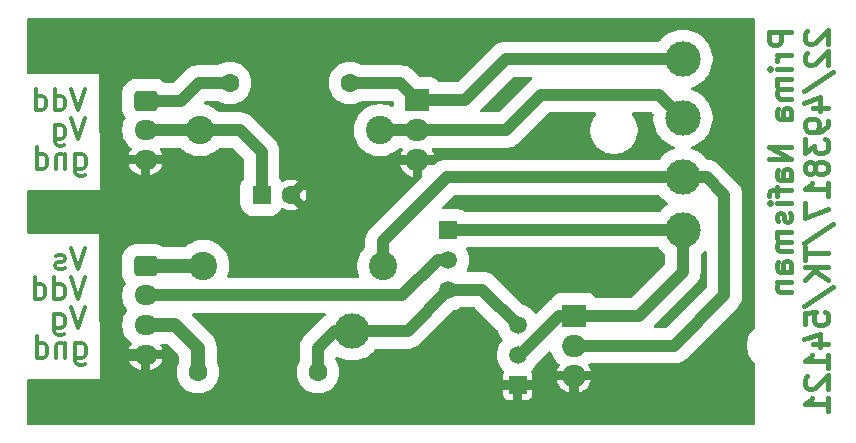
<source format=gbr>
%TF.GenerationSoftware,KiCad,Pcbnew,9.0.2*%
%TF.CreationDate,2025-12-22T10:44:41+07:00*%
%TF.ProjectId,HardwareElday,48617264-7761-4726-9545-6c6461792e6b,rev?*%
%TF.SameCoordinates,Original*%
%TF.FileFunction,Copper,L2,Bot*%
%TF.FilePolarity,Positive*%
%FSLAX46Y46*%
G04 Gerber Fmt 4.6, Leading zero omitted, Abs format (unit mm)*
G04 Created by KiCad (PCBNEW 9.0.2) date 2025-12-22 10:44:41*
%MOMM*%
%LPD*%
G01*
G04 APERTURE LIST*
G04 Aperture macros list*
%AMRoundRect*
0 Rectangle with rounded corners*
0 $1 Rounding radius*
0 $2 $3 $4 $5 $6 $7 $8 $9 X,Y pos of 4 corners*
0 Add a 4 corners polygon primitive as box body*
4,1,4,$2,$3,$4,$5,$6,$7,$8,$9,$2,$3,0*
0 Add four circle primitives for the rounded corners*
1,1,$1+$1,$2,$3*
1,1,$1+$1,$4,$5*
1,1,$1+$1,$6,$7*
1,1,$1+$1,$8,$9*
0 Add four rect primitives between the rounded corners*
20,1,$1+$1,$2,$3,$4,$5,0*
20,1,$1+$1,$4,$5,$6,$7,0*
20,1,$1+$1,$6,$7,$8,$9,0*
20,1,$1+$1,$8,$9,$2,$3,0*%
G04 Aperture macros list end*
%ADD10C,0.360000*%
%TA.AperFunction,NonConductor*%
%ADD11C,0.360000*%
%TD*%
%ADD12C,0.400000*%
%TA.AperFunction,NonConductor*%
%ADD13C,0.400000*%
%TD*%
%TA.AperFunction,ComponentPad*%
%ADD14RoundRect,0.250000X-0.725000X0.600000X-0.725000X-0.600000X0.725000X-0.600000X0.725000X0.600000X0*%
%TD*%
%TA.AperFunction,ComponentPad*%
%ADD15O,1.950000X1.700000*%
%TD*%
%TA.AperFunction,ComponentPad*%
%ADD16R,1.500000X1.500000*%
%TD*%
%TA.AperFunction,ComponentPad*%
%ADD17C,1.500000*%
%TD*%
%TA.AperFunction,ComponentPad*%
%ADD18C,1.600000*%
%TD*%
%TA.AperFunction,ComponentPad*%
%ADD19C,3.000000*%
%TD*%
%TA.AperFunction,ComponentPad*%
%ADD20R,2.000000X1.905000*%
%TD*%
%TA.AperFunction,ComponentPad*%
%ADD21O,2.000000X1.905000*%
%TD*%
%TA.AperFunction,ComponentPad*%
%ADD22RoundRect,0.250000X-0.550000X-0.550000X0.550000X-0.550000X0.550000X0.550000X-0.550000X0.550000X0*%
%TD*%
%TA.AperFunction,ComponentPad*%
%ADD23C,2.400000*%
%TD*%
%TA.AperFunction,Conductor*%
%ADD24C,1.000000*%
%TD*%
%TA.AperFunction,Conductor*%
%ADD25C,1.200000*%
%TD*%
G04 APERTURE END LIST*
D10*
D11*
X70854192Y-121467243D02*
X70254192Y-123267243D01*
X70254192Y-123267243D02*
X69654192Y-121467243D01*
X68282764Y-122067243D02*
X68282764Y-123524386D01*
X68282764Y-123524386D02*
X68368478Y-123695814D01*
X68368478Y-123695814D02*
X68454192Y-123781529D01*
X68454192Y-123781529D02*
X68625621Y-123867243D01*
X68625621Y-123867243D02*
X68882764Y-123867243D01*
X68882764Y-123867243D02*
X69054192Y-123781529D01*
X68282764Y-123181529D02*
X68454192Y-123267243D01*
X68454192Y-123267243D02*
X68797049Y-123267243D01*
X68797049Y-123267243D02*
X68968478Y-123181529D01*
X68968478Y-123181529D02*
X69054192Y-123095814D01*
X69054192Y-123095814D02*
X69139906Y-122924386D01*
X69139906Y-122924386D02*
X69139906Y-122410100D01*
X69139906Y-122410100D02*
X69054192Y-122238671D01*
X69054192Y-122238671D02*
X68968478Y-122152957D01*
X68968478Y-122152957D02*
X68797049Y-122067243D01*
X68797049Y-122067243D02*
X68454192Y-122067243D01*
X68454192Y-122067243D02*
X68282764Y-122152957D01*
D10*
D11*
X70899363Y-105478407D02*
X70299363Y-107278407D01*
X70299363Y-107278407D02*
X69699363Y-105478407D01*
X68327935Y-106078407D02*
X68327935Y-107535550D01*
X68327935Y-107535550D02*
X68413649Y-107706978D01*
X68413649Y-107706978D02*
X68499363Y-107792693D01*
X68499363Y-107792693D02*
X68670792Y-107878407D01*
X68670792Y-107878407D02*
X68927935Y-107878407D01*
X68927935Y-107878407D02*
X69099363Y-107792693D01*
X68327935Y-107192693D02*
X68499363Y-107278407D01*
X68499363Y-107278407D02*
X68842220Y-107278407D01*
X68842220Y-107278407D02*
X69013649Y-107192693D01*
X69013649Y-107192693D02*
X69099363Y-107106978D01*
X69099363Y-107106978D02*
X69185077Y-106935550D01*
X69185077Y-106935550D02*
X69185077Y-106421264D01*
X69185077Y-106421264D02*
X69099363Y-106249835D01*
X69099363Y-106249835D02*
X69013649Y-106164121D01*
X69013649Y-106164121D02*
X68842220Y-106078407D01*
X68842220Y-106078407D02*
X68499363Y-106078407D01*
X68499363Y-106078407D02*
X68327935Y-106164121D01*
D10*
D11*
X70854192Y-118967243D02*
X70254192Y-120767243D01*
X70254192Y-120767243D02*
X69654192Y-118967243D01*
X68282764Y-120767243D02*
X68282764Y-118967243D01*
X68282764Y-120681529D02*
X68454192Y-120767243D01*
X68454192Y-120767243D02*
X68797049Y-120767243D01*
X68797049Y-120767243D02*
X68968478Y-120681529D01*
X68968478Y-120681529D02*
X69054192Y-120595814D01*
X69054192Y-120595814D02*
X69139906Y-120424386D01*
X69139906Y-120424386D02*
X69139906Y-119910100D01*
X69139906Y-119910100D02*
X69054192Y-119738671D01*
X69054192Y-119738671D02*
X68968478Y-119652957D01*
X68968478Y-119652957D02*
X68797049Y-119567243D01*
X68797049Y-119567243D02*
X68454192Y-119567243D01*
X68454192Y-119567243D02*
X68282764Y-119652957D01*
X66654193Y-120767243D02*
X66654193Y-118967243D01*
X66654193Y-120681529D02*
X66825621Y-120767243D01*
X66825621Y-120767243D02*
X67168478Y-120767243D01*
X67168478Y-120767243D02*
X67339907Y-120681529D01*
X67339907Y-120681529D02*
X67425621Y-120595814D01*
X67425621Y-120595814D02*
X67511335Y-120424386D01*
X67511335Y-120424386D02*
X67511335Y-119910100D01*
X67511335Y-119910100D02*
X67425621Y-119738671D01*
X67425621Y-119738671D02*
X67339907Y-119652957D01*
X67339907Y-119652957D02*
X67168478Y-119567243D01*
X67168478Y-119567243D02*
X66825621Y-119567243D01*
X66825621Y-119567243D02*
X66654193Y-119652957D01*
D10*
D11*
X70063158Y-124560994D02*
X70063158Y-126018137D01*
X70063158Y-126018137D02*
X70148872Y-126189565D01*
X70148872Y-126189565D02*
X70234586Y-126275280D01*
X70234586Y-126275280D02*
X70406015Y-126360994D01*
X70406015Y-126360994D02*
X70663158Y-126360994D01*
X70663158Y-126360994D02*
X70834586Y-126275280D01*
X70063158Y-125675280D02*
X70234586Y-125760994D01*
X70234586Y-125760994D02*
X70577443Y-125760994D01*
X70577443Y-125760994D02*
X70748872Y-125675280D01*
X70748872Y-125675280D02*
X70834586Y-125589565D01*
X70834586Y-125589565D02*
X70920300Y-125418137D01*
X70920300Y-125418137D02*
X70920300Y-124903851D01*
X70920300Y-124903851D02*
X70834586Y-124732422D01*
X70834586Y-124732422D02*
X70748872Y-124646708D01*
X70748872Y-124646708D02*
X70577443Y-124560994D01*
X70577443Y-124560994D02*
X70234586Y-124560994D01*
X70234586Y-124560994D02*
X70063158Y-124646708D01*
X69206015Y-124560994D02*
X69206015Y-125760994D01*
X69206015Y-124732422D02*
X69120301Y-124646708D01*
X69120301Y-124646708D02*
X68948872Y-124560994D01*
X68948872Y-124560994D02*
X68691729Y-124560994D01*
X68691729Y-124560994D02*
X68520301Y-124646708D01*
X68520301Y-124646708D02*
X68434587Y-124818137D01*
X68434587Y-124818137D02*
X68434587Y-125760994D01*
X66806016Y-125760994D02*
X66806016Y-123960994D01*
X66806016Y-125675280D02*
X66977444Y-125760994D01*
X66977444Y-125760994D02*
X67320301Y-125760994D01*
X67320301Y-125760994D02*
X67491730Y-125675280D01*
X67491730Y-125675280D02*
X67577444Y-125589565D01*
X67577444Y-125589565D02*
X67663158Y-125418137D01*
X67663158Y-125418137D02*
X67663158Y-124903851D01*
X67663158Y-124903851D02*
X67577444Y-124732422D01*
X67577444Y-124732422D02*
X67491730Y-124646708D01*
X67491730Y-124646708D02*
X67320301Y-124560994D01*
X67320301Y-124560994D02*
X66977444Y-124560994D01*
X66977444Y-124560994D02*
X66806016Y-124646708D01*
D10*
D11*
X70854192Y-116467243D02*
X70254192Y-118267243D01*
X70254192Y-118267243D02*
X69654192Y-116467243D01*
X69139906Y-118181529D02*
X68968478Y-118267243D01*
X68968478Y-118267243D02*
X68625621Y-118267243D01*
X68625621Y-118267243D02*
X68454192Y-118181529D01*
X68454192Y-118181529D02*
X68368478Y-118010100D01*
X68368478Y-118010100D02*
X68368478Y-117924386D01*
X68368478Y-117924386D02*
X68454192Y-117752957D01*
X68454192Y-117752957D02*
X68625621Y-117667243D01*
X68625621Y-117667243D02*
X68882764Y-117667243D01*
X68882764Y-117667243D02*
X69054192Y-117581529D01*
X69054192Y-117581529D02*
X69139906Y-117410100D01*
X69139906Y-117410100D02*
X69139906Y-117324386D01*
X69139906Y-117324386D02*
X69054192Y-117152957D01*
X69054192Y-117152957D02*
X68882764Y-117067243D01*
X68882764Y-117067243D02*
X68625621Y-117067243D01*
X68625621Y-117067243D02*
X68454192Y-117152957D01*
D10*
D11*
X70899363Y-102978407D02*
X70299363Y-104778407D01*
X70299363Y-104778407D02*
X69699363Y-102978407D01*
X68327935Y-104778407D02*
X68327935Y-102978407D01*
X68327935Y-104692693D02*
X68499363Y-104778407D01*
X68499363Y-104778407D02*
X68842220Y-104778407D01*
X68842220Y-104778407D02*
X69013649Y-104692693D01*
X69013649Y-104692693D02*
X69099363Y-104606978D01*
X69099363Y-104606978D02*
X69185077Y-104435550D01*
X69185077Y-104435550D02*
X69185077Y-103921264D01*
X69185077Y-103921264D02*
X69099363Y-103749835D01*
X69099363Y-103749835D02*
X69013649Y-103664121D01*
X69013649Y-103664121D02*
X68842220Y-103578407D01*
X68842220Y-103578407D02*
X68499363Y-103578407D01*
X68499363Y-103578407D02*
X68327935Y-103664121D01*
X66699364Y-104778407D02*
X66699364Y-102978407D01*
X66699364Y-104692693D02*
X66870792Y-104778407D01*
X66870792Y-104778407D02*
X67213649Y-104778407D01*
X67213649Y-104778407D02*
X67385078Y-104692693D01*
X67385078Y-104692693D02*
X67470792Y-104606978D01*
X67470792Y-104606978D02*
X67556506Y-104435550D01*
X67556506Y-104435550D02*
X67556506Y-103921264D01*
X67556506Y-103921264D02*
X67470792Y-103749835D01*
X67470792Y-103749835D02*
X67385078Y-103664121D01*
X67385078Y-103664121D02*
X67213649Y-103578407D01*
X67213649Y-103578407D02*
X66870792Y-103578407D01*
X66870792Y-103578407D02*
X66699364Y-103664121D01*
D10*
D11*
X70063158Y-108560994D02*
X70063158Y-110018137D01*
X70063158Y-110018137D02*
X70148872Y-110189565D01*
X70148872Y-110189565D02*
X70234586Y-110275280D01*
X70234586Y-110275280D02*
X70406015Y-110360994D01*
X70406015Y-110360994D02*
X70663158Y-110360994D01*
X70663158Y-110360994D02*
X70834586Y-110275280D01*
X70063158Y-109675280D02*
X70234586Y-109760994D01*
X70234586Y-109760994D02*
X70577443Y-109760994D01*
X70577443Y-109760994D02*
X70748872Y-109675280D01*
X70748872Y-109675280D02*
X70834586Y-109589565D01*
X70834586Y-109589565D02*
X70920300Y-109418137D01*
X70920300Y-109418137D02*
X70920300Y-108903851D01*
X70920300Y-108903851D02*
X70834586Y-108732422D01*
X70834586Y-108732422D02*
X70748872Y-108646708D01*
X70748872Y-108646708D02*
X70577443Y-108560994D01*
X70577443Y-108560994D02*
X70234586Y-108560994D01*
X70234586Y-108560994D02*
X70063158Y-108646708D01*
X69206015Y-108560994D02*
X69206015Y-109760994D01*
X69206015Y-108732422D02*
X69120301Y-108646708D01*
X69120301Y-108646708D02*
X68948872Y-108560994D01*
X68948872Y-108560994D02*
X68691729Y-108560994D01*
X68691729Y-108560994D02*
X68520301Y-108646708D01*
X68520301Y-108646708D02*
X68434587Y-108818137D01*
X68434587Y-108818137D02*
X68434587Y-109760994D01*
X66806016Y-109760994D02*
X66806016Y-107960994D01*
X66806016Y-109675280D02*
X66977444Y-109760994D01*
X66977444Y-109760994D02*
X67320301Y-109760994D01*
X67320301Y-109760994D02*
X67491730Y-109675280D01*
X67491730Y-109675280D02*
X67577444Y-109589565D01*
X67577444Y-109589565D02*
X67663158Y-109418137D01*
X67663158Y-109418137D02*
X67663158Y-108903851D01*
X67663158Y-108903851D02*
X67577444Y-108732422D01*
X67577444Y-108732422D02*
X67491730Y-108646708D01*
X67491730Y-108646708D02*
X67320301Y-108560994D01*
X67320301Y-108560994D02*
X66977444Y-108560994D01*
X66977444Y-108560994D02*
X66806016Y-108646708D01*
D12*
D13*
X130687782Y-98215537D02*
X128787782Y-98215537D01*
X128787782Y-98215537D02*
X128787782Y-98939347D01*
X128787782Y-98939347D02*
X128878258Y-99120299D01*
X128878258Y-99120299D02*
X128968734Y-99210776D01*
X128968734Y-99210776D02*
X129149686Y-99301252D01*
X129149686Y-99301252D02*
X129421115Y-99301252D01*
X129421115Y-99301252D02*
X129602067Y-99210776D01*
X129602067Y-99210776D02*
X129692544Y-99120299D01*
X129692544Y-99120299D02*
X129783020Y-98939347D01*
X129783020Y-98939347D02*
X129783020Y-98215537D01*
X130687782Y-100115537D02*
X129421115Y-100115537D01*
X129783020Y-100115537D02*
X129602067Y-100206014D01*
X129602067Y-100206014D02*
X129511591Y-100296490D01*
X129511591Y-100296490D02*
X129421115Y-100477442D01*
X129421115Y-100477442D02*
X129421115Y-100658395D01*
X130687782Y-101291727D02*
X129421115Y-101291727D01*
X128787782Y-101291727D02*
X128878258Y-101201251D01*
X128878258Y-101201251D02*
X128968734Y-101291727D01*
X128968734Y-101291727D02*
X128878258Y-101382204D01*
X128878258Y-101382204D02*
X128787782Y-101291727D01*
X128787782Y-101291727D02*
X128968734Y-101291727D01*
X130687782Y-102196489D02*
X129421115Y-102196489D01*
X129602067Y-102196489D02*
X129511591Y-102286966D01*
X129511591Y-102286966D02*
X129421115Y-102467918D01*
X129421115Y-102467918D02*
X129421115Y-102739347D01*
X129421115Y-102739347D02*
X129511591Y-102920299D01*
X129511591Y-102920299D02*
X129692544Y-103010775D01*
X129692544Y-103010775D02*
X130687782Y-103010775D01*
X129692544Y-103010775D02*
X129511591Y-103101251D01*
X129511591Y-103101251D02*
X129421115Y-103282204D01*
X129421115Y-103282204D02*
X129421115Y-103553632D01*
X129421115Y-103553632D02*
X129511591Y-103734585D01*
X129511591Y-103734585D02*
X129692544Y-103825061D01*
X129692544Y-103825061D02*
X130687782Y-103825061D01*
X130687782Y-105544108D02*
X129692544Y-105544108D01*
X129692544Y-105544108D02*
X129511591Y-105453632D01*
X129511591Y-105453632D02*
X129421115Y-105272680D01*
X129421115Y-105272680D02*
X129421115Y-104910775D01*
X129421115Y-104910775D02*
X129511591Y-104729822D01*
X130597306Y-105544108D02*
X130687782Y-105363156D01*
X130687782Y-105363156D02*
X130687782Y-104910775D01*
X130687782Y-104910775D02*
X130597306Y-104729822D01*
X130597306Y-104729822D02*
X130416353Y-104639346D01*
X130416353Y-104639346D02*
X130235401Y-104639346D01*
X130235401Y-104639346D02*
X130054448Y-104729822D01*
X130054448Y-104729822D02*
X129963972Y-104910775D01*
X129963972Y-104910775D02*
X129963972Y-105363156D01*
X129963972Y-105363156D02*
X129873496Y-105544108D01*
X130687782Y-107896489D02*
X128787782Y-107896489D01*
X128787782Y-107896489D02*
X130687782Y-108982204D01*
X130687782Y-108982204D02*
X128787782Y-108982204D01*
X130687782Y-110701251D02*
X129692544Y-110701251D01*
X129692544Y-110701251D02*
X129511591Y-110610775D01*
X129511591Y-110610775D02*
X129421115Y-110429823D01*
X129421115Y-110429823D02*
X129421115Y-110067918D01*
X129421115Y-110067918D02*
X129511591Y-109886965D01*
X130597306Y-110701251D02*
X130687782Y-110520299D01*
X130687782Y-110520299D02*
X130687782Y-110067918D01*
X130687782Y-110067918D02*
X130597306Y-109886965D01*
X130597306Y-109886965D02*
X130416353Y-109796489D01*
X130416353Y-109796489D02*
X130235401Y-109796489D01*
X130235401Y-109796489D02*
X130054448Y-109886965D01*
X130054448Y-109886965D02*
X129963972Y-110067918D01*
X129963972Y-110067918D02*
X129963972Y-110520299D01*
X129963972Y-110520299D02*
X129873496Y-110701251D01*
X129421115Y-111334585D02*
X129421115Y-112058394D01*
X130687782Y-111606013D02*
X129059210Y-111606013D01*
X129059210Y-111606013D02*
X128878258Y-111696490D01*
X128878258Y-111696490D02*
X128787782Y-111877442D01*
X128787782Y-111877442D02*
X128787782Y-112058394D01*
X130687782Y-112691727D02*
X129421115Y-112691727D01*
X128787782Y-112691727D02*
X128878258Y-112601251D01*
X128878258Y-112601251D02*
X128968734Y-112691727D01*
X128968734Y-112691727D02*
X128878258Y-112782204D01*
X128878258Y-112782204D02*
X128787782Y-112691727D01*
X128787782Y-112691727D02*
X128968734Y-112691727D01*
X130597306Y-113506013D02*
X130687782Y-113686966D01*
X130687782Y-113686966D02*
X130687782Y-114048870D01*
X130687782Y-114048870D02*
X130597306Y-114229823D01*
X130597306Y-114229823D02*
X130416353Y-114320299D01*
X130416353Y-114320299D02*
X130325877Y-114320299D01*
X130325877Y-114320299D02*
X130144925Y-114229823D01*
X130144925Y-114229823D02*
X130054448Y-114048870D01*
X130054448Y-114048870D02*
X130054448Y-113777442D01*
X130054448Y-113777442D02*
X129963972Y-113596489D01*
X129963972Y-113596489D02*
X129783020Y-113506013D01*
X129783020Y-113506013D02*
X129692544Y-113506013D01*
X129692544Y-113506013D02*
X129511591Y-113596489D01*
X129511591Y-113596489D02*
X129421115Y-113777442D01*
X129421115Y-113777442D02*
X129421115Y-114048870D01*
X129421115Y-114048870D02*
X129511591Y-114229823D01*
X130687782Y-115134584D02*
X129421115Y-115134584D01*
X129602067Y-115134584D02*
X129511591Y-115225061D01*
X129511591Y-115225061D02*
X129421115Y-115406013D01*
X129421115Y-115406013D02*
X129421115Y-115677442D01*
X129421115Y-115677442D02*
X129511591Y-115858394D01*
X129511591Y-115858394D02*
X129692544Y-115948870D01*
X129692544Y-115948870D02*
X130687782Y-115948870D01*
X129692544Y-115948870D02*
X129511591Y-116039346D01*
X129511591Y-116039346D02*
X129421115Y-116220299D01*
X129421115Y-116220299D02*
X129421115Y-116491727D01*
X129421115Y-116491727D02*
X129511591Y-116672680D01*
X129511591Y-116672680D02*
X129692544Y-116763156D01*
X129692544Y-116763156D02*
X130687782Y-116763156D01*
X130687782Y-118482203D02*
X129692544Y-118482203D01*
X129692544Y-118482203D02*
X129511591Y-118391727D01*
X129511591Y-118391727D02*
X129421115Y-118210775D01*
X129421115Y-118210775D02*
X129421115Y-117848870D01*
X129421115Y-117848870D02*
X129511591Y-117667917D01*
X130597306Y-118482203D02*
X130687782Y-118301251D01*
X130687782Y-118301251D02*
X130687782Y-117848870D01*
X130687782Y-117848870D02*
X130597306Y-117667917D01*
X130597306Y-117667917D02*
X130416353Y-117577441D01*
X130416353Y-117577441D02*
X130235401Y-117577441D01*
X130235401Y-117577441D02*
X130054448Y-117667917D01*
X130054448Y-117667917D02*
X129963972Y-117848870D01*
X129963972Y-117848870D02*
X129963972Y-118301251D01*
X129963972Y-118301251D02*
X129873496Y-118482203D01*
X129421115Y-119386965D02*
X130687782Y-119386965D01*
X129602067Y-119386965D02*
X129511591Y-119477442D01*
X129511591Y-119477442D02*
X129421115Y-119658394D01*
X129421115Y-119658394D02*
X129421115Y-119929823D01*
X129421115Y-119929823D02*
X129511591Y-120110775D01*
X129511591Y-120110775D02*
X129692544Y-120201251D01*
X129692544Y-120201251D02*
X130687782Y-120201251D01*
X132027628Y-98125061D02*
X131937152Y-98215537D01*
X131937152Y-98215537D02*
X131846676Y-98396490D01*
X131846676Y-98396490D02*
X131846676Y-98848871D01*
X131846676Y-98848871D02*
X131937152Y-99029823D01*
X131937152Y-99029823D02*
X132027628Y-99120299D01*
X132027628Y-99120299D02*
X132208580Y-99210776D01*
X132208580Y-99210776D02*
X132389533Y-99210776D01*
X132389533Y-99210776D02*
X132660961Y-99120299D01*
X132660961Y-99120299D02*
X133746676Y-98034585D01*
X133746676Y-98034585D02*
X133746676Y-99210776D01*
X132027628Y-99934585D02*
X131937152Y-100025061D01*
X131937152Y-100025061D02*
X131846676Y-100206014D01*
X131846676Y-100206014D02*
X131846676Y-100658395D01*
X131846676Y-100658395D02*
X131937152Y-100839347D01*
X131937152Y-100839347D02*
X132027628Y-100929823D01*
X132027628Y-100929823D02*
X132208580Y-101020300D01*
X132208580Y-101020300D02*
X132389533Y-101020300D01*
X132389533Y-101020300D02*
X132660961Y-100929823D01*
X132660961Y-100929823D02*
X133746676Y-99844109D01*
X133746676Y-99844109D02*
X133746676Y-101020300D01*
X131756200Y-103191728D02*
X134199057Y-101563157D01*
X132480009Y-104639347D02*
X133746676Y-104639347D01*
X131756200Y-104186966D02*
X133113342Y-103734585D01*
X133113342Y-103734585D02*
X133113342Y-104910776D01*
X133746676Y-105725062D02*
X133746676Y-106086966D01*
X133746676Y-106086966D02*
X133656200Y-106267919D01*
X133656200Y-106267919D02*
X133565723Y-106358395D01*
X133565723Y-106358395D02*
X133294295Y-106539347D01*
X133294295Y-106539347D02*
X132932390Y-106629824D01*
X132932390Y-106629824D02*
X132208580Y-106629824D01*
X132208580Y-106629824D02*
X132027628Y-106539347D01*
X132027628Y-106539347D02*
X131937152Y-106448871D01*
X131937152Y-106448871D02*
X131846676Y-106267919D01*
X131846676Y-106267919D02*
X131846676Y-105906014D01*
X131846676Y-105906014D02*
X131937152Y-105725062D01*
X131937152Y-105725062D02*
X132027628Y-105634585D01*
X132027628Y-105634585D02*
X132208580Y-105544109D01*
X132208580Y-105544109D02*
X132660961Y-105544109D01*
X132660961Y-105544109D02*
X132841914Y-105634585D01*
X132841914Y-105634585D02*
X132932390Y-105725062D01*
X132932390Y-105725062D02*
X133022866Y-105906014D01*
X133022866Y-105906014D02*
X133022866Y-106267919D01*
X133022866Y-106267919D02*
X132932390Y-106448871D01*
X132932390Y-106448871D02*
X132841914Y-106539347D01*
X132841914Y-106539347D02*
X132660961Y-106629824D01*
X131846676Y-107263157D02*
X131846676Y-108439348D01*
X131846676Y-108439348D02*
X132570485Y-107806014D01*
X132570485Y-107806014D02*
X132570485Y-108077443D01*
X132570485Y-108077443D02*
X132660961Y-108258395D01*
X132660961Y-108258395D02*
X132751438Y-108348871D01*
X132751438Y-108348871D02*
X132932390Y-108439348D01*
X132932390Y-108439348D02*
X133384771Y-108439348D01*
X133384771Y-108439348D02*
X133565723Y-108348871D01*
X133565723Y-108348871D02*
X133656200Y-108258395D01*
X133656200Y-108258395D02*
X133746676Y-108077443D01*
X133746676Y-108077443D02*
X133746676Y-107534586D01*
X133746676Y-107534586D02*
X133656200Y-107353633D01*
X133656200Y-107353633D02*
X133565723Y-107263157D01*
X132660961Y-109525062D02*
X132570485Y-109344110D01*
X132570485Y-109344110D02*
X132480009Y-109253633D01*
X132480009Y-109253633D02*
X132299057Y-109163157D01*
X132299057Y-109163157D02*
X132208580Y-109163157D01*
X132208580Y-109163157D02*
X132027628Y-109253633D01*
X132027628Y-109253633D02*
X131937152Y-109344110D01*
X131937152Y-109344110D02*
X131846676Y-109525062D01*
X131846676Y-109525062D02*
X131846676Y-109886967D01*
X131846676Y-109886967D02*
X131937152Y-110067919D01*
X131937152Y-110067919D02*
X132027628Y-110158395D01*
X132027628Y-110158395D02*
X132208580Y-110248872D01*
X132208580Y-110248872D02*
X132299057Y-110248872D01*
X132299057Y-110248872D02*
X132480009Y-110158395D01*
X132480009Y-110158395D02*
X132570485Y-110067919D01*
X132570485Y-110067919D02*
X132660961Y-109886967D01*
X132660961Y-109886967D02*
X132660961Y-109525062D01*
X132660961Y-109525062D02*
X132751438Y-109344110D01*
X132751438Y-109344110D02*
X132841914Y-109253633D01*
X132841914Y-109253633D02*
X133022866Y-109163157D01*
X133022866Y-109163157D02*
X133384771Y-109163157D01*
X133384771Y-109163157D02*
X133565723Y-109253633D01*
X133565723Y-109253633D02*
X133656200Y-109344110D01*
X133656200Y-109344110D02*
X133746676Y-109525062D01*
X133746676Y-109525062D02*
X133746676Y-109886967D01*
X133746676Y-109886967D02*
X133656200Y-110067919D01*
X133656200Y-110067919D02*
X133565723Y-110158395D01*
X133565723Y-110158395D02*
X133384771Y-110248872D01*
X133384771Y-110248872D02*
X133022866Y-110248872D01*
X133022866Y-110248872D02*
X132841914Y-110158395D01*
X132841914Y-110158395D02*
X132751438Y-110067919D01*
X132751438Y-110067919D02*
X132660961Y-109886967D01*
X133746676Y-112058396D02*
X133746676Y-110972681D01*
X133746676Y-111515538D02*
X131846676Y-111515538D01*
X131846676Y-111515538D02*
X132118104Y-111334586D01*
X132118104Y-111334586D02*
X132299057Y-111153634D01*
X132299057Y-111153634D02*
X132389533Y-110972681D01*
X131846676Y-112691729D02*
X131846676Y-113958396D01*
X131846676Y-113958396D02*
X133746676Y-113144110D01*
X131756200Y-116039348D02*
X134199057Y-114410777D01*
X131846676Y-116401253D02*
X131846676Y-117486967D01*
X133746676Y-116944110D02*
X131846676Y-116944110D01*
X133746676Y-118120300D02*
X131846676Y-118120300D01*
X133746676Y-119206015D02*
X132660961Y-118391729D01*
X131846676Y-119206015D02*
X132932390Y-118120300D01*
X131756200Y-121377443D02*
X134199057Y-119748872D01*
X131846676Y-122915538D02*
X131846676Y-122010776D01*
X131846676Y-122010776D02*
X132751438Y-121920300D01*
X132751438Y-121920300D02*
X132660961Y-122010776D01*
X132660961Y-122010776D02*
X132570485Y-122191729D01*
X132570485Y-122191729D02*
X132570485Y-122644110D01*
X132570485Y-122644110D02*
X132660961Y-122825062D01*
X132660961Y-122825062D02*
X132751438Y-122915538D01*
X132751438Y-122915538D02*
X132932390Y-123006015D01*
X132932390Y-123006015D02*
X133384771Y-123006015D01*
X133384771Y-123006015D02*
X133565723Y-122915538D01*
X133565723Y-122915538D02*
X133656200Y-122825062D01*
X133656200Y-122825062D02*
X133746676Y-122644110D01*
X133746676Y-122644110D02*
X133746676Y-122191729D01*
X133746676Y-122191729D02*
X133656200Y-122010776D01*
X133656200Y-122010776D02*
X133565723Y-121920300D01*
X132480009Y-124634586D02*
X133746676Y-124634586D01*
X131756200Y-124182205D02*
X133113342Y-123729824D01*
X133113342Y-123729824D02*
X133113342Y-124906015D01*
X133746676Y-126625063D02*
X133746676Y-125539348D01*
X133746676Y-126082205D02*
X131846676Y-126082205D01*
X131846676Y-126082205D02*
X132118104Y-125901253D01*
X132118104Y-125901253D02*
X132299057Y-125720301D01*
X132299057Y-125720301D02*
X132389533Y-125539348D01*
X132027628Y-127348872D02*
X131937152Y-127439348D01*
X131937152Y-127439348D02*
X131846676Y-127620301D01*
X131846676Y-127620301D02*
X131846676Y-128072682D01*
X131846676Y-128072682D02*
X131937152Y-128253634D01*
X131937152Y-128253634D02*
X132027628Y-128344110D01*
X132027628Y-128344110D02*
X132208580Y-128434587D01*
X132208580Y-128434587D02*
X132389533Y-128434587D01*
X132389533Y-128434587D02*
X132660961Y-128344110D01*
X132660961Y-128344110D02*
X133746676Y-127258396D01*
X133746676Y-127258396D02*
X133746676Y-128434587D01*
X133746676Y-130244111D02*
X133746676Y-129158396D01*
X133746676Y-129701253D02*
X131846676Y-129701253D01*
X131846676Y-129701253D02*
X132118104Y-129520301D01*
X132118104Y-129520301D02*
X132299057Y-129339349D01*
X132299057Y-129339349D02*
X132389533Y-129158396D01*
D14*
%TO.P,J3,1,Pin_1*%
%TO.N,Vg*%
X76000000Y-104000000D03*
D15*
%TO.P,J3,2,Pin_2*%
%TO.N,Net-(J3-Pin_2)*%
X76000000Y-106500000D03*
%TO.P,J3,3,Pin_3*%
%TO.N,GNDREF*%
X76000000Y-109000000D03*
%TD*%
D16*
%TO.P,Q4,1,E*%
%TO.N,GNDREF*%
X107500000Y-128080000D03*
D17*
%TO.P,Q4,2,C*%
%TO.N,Net-(Q2-G)*%
X107500000Y-125540000D03*
%TO.P,Q4,3,B*%
%TO.N,Net-(Q3-B)*%
X107500000Y-123000000D03*
%TD*%
D18*
%TO.P,R4,1*%
%TO.N,Net-(J1-Pin_3)*%
X80420000Y-127000000D03*
%TO.P,R4,2*%
%TO.N,Net-(Q3-B)*%
X90580000Y-127000000D03*
%TD*%
D19*
%TO.P,TP4,1,1*%
%TO.N,Net-(Q1-G)*%
X121500000Y-100500000D03*
%TD*%
D20*
%TO.P,Q2,1,G*%
%TO.N,Net-(Q2-G)*%
X112270000Y-122210000D03*
D21*
%TO.P,Q2,2,D*%
%TO.N,Net-(Q2-D)*%
X112270000Y-124750000D03*
%TO.P,Q2,3,S*%
%TO.N,GNDREF*%
X112270000Y-127290000D03*
%TD*%
D20*
%TO.P,Q1,1,G*%
%TO.N,Net-(Q1-G)*%
X99000000Y-103960000D03*
D21*
%TO.P,Q1,2,D*%
%TO.N,Net-(Q1-D)*%
X99000000Y-106500000D03*
%TO.P,Q1,3,S*%
%TO.N,GNDREF*%
X99000000Y-109040000D03*
%TD*%
D22*
%TO.P,C1,1*%
%TO.N,Net-(J3-Pin_2)*%
X85817621Y-112000000D03*
D18*
%TO.P,C1,2*%
%TO.N,GNDREF*%
X88317621Y-112000000D03*
%TD*%
D19*
%TO.P,TP5,1,1*%
%TO.N,Net-(Q3-B)*%
X93500000Y-123500000D03*
%TD*%
D23*
%TO.P,R1,1*%
%TO.N,Net-(J3-Pin_2)*%
X80600000Y-106500000D03*
%TO.P,R1,2*%
%TO.N,Net-(Q1-D)*%
X95840000Y-106500000D03*
%TD*%
D19*
%TO.P,TP3,1,1*%
%TO.N,Net-(Q2-G)*%
X121500000Y-115000000D03*
%TD*%
D23*
%TO.P,R3,1*%
%TO.N,Vs*%
X80880000Y-118000000D03*
%TO.P,R3,2*%
%TO.N,Net-(Q2-D)*%
X96120000Y-118000000D03*
%TD*%
D14*
%TO.P,J1,1,Pin_1*%
%TO.N,Vs*%
X76000000Y-118000000D03*
D15*
%TO.P,J1,2,Pin_2*%
%TO.N,Vd*%
X76000000Y-120500000D03*
%TO.P,J1,3,Pin_3*%
%TO.N,Net-(J1-Pin_3)*%
X76000000Y-123000000D03*
%TO.P,J1,4,Pin_4*%
%TO.N,GNDREF*%
X76000000Y-125500000D03*
%TD*%
D16*
%TO.P,Q3,1,E*%
%TO.N,Net-(Q2-G)*%
X101640000Y-114960000D03*
D17*
%TO.P,Q3,2,C*%
%TO.N,Vd*%
X101640000Y-117500000D03*
%TO.P,Q3,3,B*%
%TO.N,Net-(Q3-B)*%
X101640000Y-120040000D03*
%TD*%
D19*
%TO.P,TP1,1,1*%
%TO.N,Net-(Q1-D)*%
X121500000Y-105500000D03*
%TD*%
%TO.P,TP2,1,1*%
%TO.N,Net-(Q2-D)*%
X121500000Y-110500000D03*
%TD*%
D18*
%TO.P,R2,1*%
%TO.N,Vg*%
X83140000Y-102500000D03*
%TO.P,R2,2*%
%TO.N,Net-(Q1-G)*%
X93300000Y-102500000D03*
%TD*%
D24*
%TO.N,GNDREF*%
X76000000Y-125500000D02*
X74500000Y-125500000D01*
%TO.N,Net-(Q1-G)*%
X121500000Y-100500000D02*
X106500000Y-100500000D01*
X93300000Y-102500000D02*
X97540000Y-102500000D01*
X103040000Y-103960000D02*
X99000000Y-103960000D01*
X106500000Y-100500000D02*
X103040000Y-103960000D01*
X97540000Y-102500000D02*
X99000000Y-103960000D01*
%TO.N,Net-(Q1-D)*%
X119500000Y-103500000D02*
X109500000Y-103500000D01*
X99000000Y-106500000D02*
X95840000Y-106500000D01*
X109500000Y-103500000D02*
X106500000Y-106500000D01*
X121500000Y-105500000D02*
X119500000Y-103500000D01*
X106500000Y-106500000D02*
X99000000Y-106500000D01*
%TO.N,Vd*%
X97750000Y-120500000D02*
X100790000Y-117460000D01*
X101600000Y-117460000D02*
X101640000Y-117500000D01*
X100790000Y-117460000D02*
X101600000Y-117460000D01*
X76000000Y-120500000D02*
X97750000Y-120500000D01*
%TO.N,Net-(Q3-B)*%
X90580000Y-124920000D02*
X90580000Y-127000000D01*
X98180000Y-123500000D02*
X92000000Y-123500000D01*
X107500000Y-123000000D02*
X104500000Y-120000000D01*
X101680000Y-120000000D02*
X101640000Y-120040000D01*
X101640000Y-120040000D02*
X98180000Y-123500000D01*
X92000000Y-123500000D02*
X90580000Y-124920000D01*
X104500000Y-120000000D02*
X101680000Y-120000000D01*
%TO.N,Net-(Q2-G)*%
X101640000Y-114960000D02*
X101680000Y-114920000D01*
X121420000Y-114920000D02*
X121500000Y-115000000D01*
X107709021Y-125540000D02*
X107500000Y-125540000D01*
X117790000Y-122210000D02*
X111039021Y-122210000D01*
X121500000Y-115000000D02*
X121500000Y-118500000D01*
X101680000Y-114920000D02*
X121420000Y-114920000D01*
X111039021Y-122210000D02*
X107709021Y-125540000D01*
X121500000Y-118500000D02*
X117790000Y-122210000D01*
%TO.N,Vg*%
X79000000Y-104000000D02*
X76000000Y-104000000D01*
X80500000Y-102500000D02*
X79000000Y-104000000D01*
X83140000Y-102500000D02*
X80500000Y-102500000D01*
%TO.N,Net-(Q2-D)*%
X125000000Y-120500000D02*
X120750000Y-124750000D01*
X101500000Y-110500000D02*
X121500000Y-110500000D01*
X125000000Y-112000000D02*
X125000000Y-120500000D01*
X120750000Y-124750000D02*
X112270000Y-124750000D01*
X123500000Y-110500000D02*
X125000000Y-112000000D01*
X121500000Y-110500000D02*
X123500000Y-110500000D01*
X96120000Y-118000000D02*
X96120000Y-115880000D01*
X96120000Y-115880000D02*
X101500000Y-110500000D01*
D25*
%TO.N,Vs*%
X80880000Y-118000000D02*
X76000000Y-118000000D01*
D24*
%TO.N,Net-(J3-Pin_2)*%
X80600000Y-106500000D02*
X76000000Y-106500000D01*
X84000000Y-106500000D02*
X85817621Y-108317621D01*
X80600000Y-106500000D02*
X84000000Y-106500000D01*
X85817621Y-108317621D02*
X85817621Y-112000000D01*
D25*
%TO.N,Net-(J1-Pin_3)*%
X78500000Y-123000000D02*
X76000000Y-123000000D01*
X80420000Y-127000000D02*
X80420000Y-124920000D01*
X80420000Y-124920000D02*
X78500000Y-123000000D01*
%TD*%
%TA.AperFunction,Conductor*%
%TO.N,GNDREF*%
G36*
X114104625Y-105020185D02*
G01*
X114150380Y-105072989D01*
X114160324Y-105142147D01*
X114135961Y-105199987D01*
X113993075Y-105386196D01*
X113861958Y-105613299D01*
X113861953Y-105613309D01*
X113761605Y-105855571D01*
X113761602Y-105855581D01*
X113693730Y-106108885D01*
X113659500Y-106368872D01*
X113659500Y-106631127D01*
X113670075Y-106711445D01*
X113693730Y-106891116D01*
X113743267Y-107075992D01*
X113761602Y-107144418D01*
X113761605Y-107144428D01*
X113861953Y-107386690D01*
X113861958Y-107386700D01*
X113993075Y-107613803D01*
X114152718Y-107821851D01*
X114152726Y-107821860D01*
X114338140Y-108007274D01*
X114338148Y-108007281D01*
X114546196Y-108166924D01*
X114773299Y-108298041D01*
X114773309Y-108298046D01*
X115015571Y-108398394D01*
X115015581Y-108398398D01*
X115268884Y-108466270D01*
X115528880Y-108500500D01*
X115528887Y-108500500D01*
X115791113Y-108500500D01*
X115791120Y-108500500D01*
X116051116Y-108466270D01*
X116304419Y-108398398D01*
X116546697Y-108298043D01*
X116773803Y-108166924D01*
X116981851Y-108007282D01*
X116981855Y-108007277D01*
X116981860Y-108007274D01*
X117167274Y-107821860D01*
X117167277Y-107821855D01*
X117167282Y-107821851D01*
X117326924Y-107613803D01*
X117458043Y-107386697D01*
X117466030Y-107367416D01*
X117499574Y-107286433D01*
X117558398Y-107144419D01*
X117626270Y-106891116D01*
X117660500Y-106631120D01*
X117660500Y-106368880D01*
X117626270Y-106108884D01*
X117558398Y-105855581D01*
X117469280Y-105640431D01*
X117458046Y-105613309D01*
X117458041Y-105613299D01*
X117326924Y-105386196D01*
X117184039Y-105199987D01*
X117158844Y-105134818D01*
X117172882Y-105066373D01*
X117221696Y-105016383D01*
X117282414Y-105000500D01*
X118827111Y-105000500D01*
X118856551Y-105009144D01*
X118886538Y-105015668D01*
X118891553Y-105019422D01*
X118894150Y-105020185D01*
X118914792Y-105036819D01*
X118981380Y-105103407D01*
X119014865Y-105164730D01*
X119016919Y-105204971D01*
X118999500Y-105359568D01*
X118999500Y-105640431D01*
X119030942Y-105919494D01*
X119030945Y-105919512D01*
X119093439Y-106193317D01*
X119093443Y-106193329D01*
X119186200Y-106458411D01*
X119308053Y-106711442D01*
X119308055Y-106711445D01*
X119457477Y-106949248D01*
X119632584Y-107168825D01*
X119831175Y-107367416D01*
X120050752Y-107542523D01*
X120288555Y-107691945D01*
X120500000Y-107793771D01*
X120500000Y-108206227D01*
X120288557Y-108308053D01*
X120050753Y-108457476D01*
X119831175Y-108632583D01*
X119632583Y-108831175D01*
X119535581Y-108952813D01*
X119478393Y-108992953D01*
X119438634Y-108999500D01*
X103000000Y-108999500D01*
X103000000Y-108000500D01*
X106618097Y-108000500D01*
X106851368Y-107963553D01*
X107075992Y-107890568D01*
X107286434Y-107783343D01*
X107477510Y-107644517D01*
X110085209Y-105036819D01*
X110146532Y-105003334D01*
X110172890Y-105000500D01*
X114037586Y-105000500D01*
X114104625Y-105020185D01*
G37*
%TD.AperFunction*%
%TD*%
%TA.AperFunction,Conductor*%
%TO.N,GNDREF*%
G36*
X108696487Y-102020185D02*
G01*
X108742242Y-102072989D01*
X108752186Y-102142147D01*
X108723161Y-102205703D01*
X108702333Y-102224818D01*
X108522496Y-102355476D01*
X108522491Y-102355480D01*
X105914792Y-104963181D01*
X105853469Y-104996666D01*
X105827111Y-104999500D01*
X104421889Y-104999500D01*
X104354850Y-104979815D01*
X104309095Y-104927011D01*
X104299151Y-104857853D01*
X104328176Y-104794297D01*
X104334208Y-104787819D01*
X107085208Y-102036819D01*
X107146531Y-102003334D01*
X107172889Y-102000500D01*
X108629448Y-102000500D01*
X108696487Y-102020185D01*
G37*
%TD.AperFunction*%
%TD*%
%TA.AperFunction,Conductor*%
%TO.N,GNDREF*%
G36*
X123418834Y-116719921D02*
G01*
X123474767Y-116761793D01*
X123499184Y-116827257D01*
X123499500Y-116836103D01*
X123499500Y-119827110D01*
X123479815Y-119894149D01*
X123463181Y-119914791D01*
X120164792Y-123213181D01*
X120103469Y-123246666D01*
X120077111Y-123249500D01*
X119171889Y-123249500D01*
X119104850Y-123229815D01*
X119059095Y-123177011D01*
X119049151Y-123107853D01*
X119078176Y-123044297D01*
X119084208Y-123037819D01*
X120835594Y-121286433D01*
X122644517Y-119477510D01*
X122783343Y-119286434D01*
X122890568Y-119075992D01*
X122915422Y-118999500D01*
X122963553Y-118851368D01*
X123000500Y-118618097D01*
X123000500Y-117061365D01*
X123020185Y-116994326D01*
X123047185Y-116964419D01*
X123168825Y-116867416D01*
X123287819Y-116748422D01*
X123349142Y-116714937D01*
X123418834Y-116719921D01*
G37*
%TD.AperFunction*%
%TD*%
%TA.AperFunction,Conductor*%
%TO.N,GNDREF*%
G36*
X119441875Y-116440185D02*
G01*
X119471782Y-116467186D01*
X119632584Y-116668825D01*
X119831175Y-116867416D01*
X119952813Y-116964418D01*
X119992953Y-117021606D01*
X119999500Y-117061365D01*
X119999500Y-117827111D01*
X119979815Y-117894150D01*
X119963181Y-117914792D01*
X117204792Y-120673181D01*
X117143469Y-120706666D01*
X117117111Y-120709500D01*
X114172995Y-120709500D01*
X114105956Y-120689815D01*
X114076893Y-120663861D01*
X113981109Y-120546390D01*
X113823409Y-120417804D01*
X113823410Y-120417804D01*
X113823407Y-120417802D01*
X113643049Y-120323591D01*
X113643048Y-120323590D01*
X113643045Y-120323589D01*
X113525829Y-120290050D01*
X113447418Y-120267614D01*
X113447415Y-120267613D01*
X113447413Y-120267613D01*
X113381102Y-120261717D01*
X113328037Y-120257000D01*
X113328032Y-120257000D01*
X111211971Y-120257000D01*
X111211965Y-120257000D01*
X111211964Y-120257001D01*
X111200316Y-120258036D01*
X111092584Y-120267613D01*
X110896954Y-120323589D01*
X110806772Y-120370696D01*
X110716593Y-120417802D01*
X110716591Y-120417803D01*
X110716590Y-120417804D01*
X110558890Y-120546390D01*
X110430302Y-120704092D01*
X110398321Y-120765316D01*
X110354665Y-120848890D01*
X110306180Y-120899196D01*
X110301054Y-120901961D01*
X110252589Y-120926655D01*
X110061509Y-121065484D01*
X110061508Y-121065485D01*
X109120676Y-122006316D01*
X109059353Y-122039801D01*
X108989661Y-122034817D01*
X108934620Y-121994122D01*
X108818918Y-121843338D01*
X108818911Y-121843330D01*
X108656670Y-121681089D01*
X108656661Y-121681081D01*
X108474617Y-121541392D01*
X108275890Y-121426657D01*
X108275881Y-121426653D01*
X108063887Y-121338842D01*
X107955255Y-121309734D01*
X107899668Y-121277640D01*
X105477512Y-118855485D01*
X105477511Y-118855484D01*
X105286434Y-118716657D01*
X105075996Y-118609433D01*
X104851368Y-118536446D01*
X104618097Y-118499500D01*
X104618092Y-118499500D01*
X103299016Y-118499500D01*
X103231977Y-118479815D01*
X103186222Y-118427011D01*
X103176278Y-118357853D01*
X103191629Y-118313501D01*
X103213338Y-118275898D01*
X103213344Y-118275888D01*
X103301158Y-118063887D01*
X103360548Y-117842238D01*
X103390500Y-117614734D01*
X103390500Y-117385266D01*
X103360548Y-117157762D01*
X103301158Y-116936113D01*
X103213344Y-116724112D01*
X103145441Y-116606500D01*
X103128968Y-116538600D01*
X103151821Y-116472573D01*
X103206742Y-116429382D01*
X103252828Y-116420500D01*
X119374836Y-116420500D01*
X119441875Y-116440185D01*
G37*
%TD.AperFunction*%
%TD*%
%TA.AperFunction,Conductor*%
%TO.N,GNDREF*%
G36*
X120541592Y-107813801D02*
G01*
X120627856Y-107843986D01*
X120739232Y-107882959D01*
X120796008Y-107923681D01*
X120821755Y-107988633D01*
X120808299Y-108057195D01*
X120759911Y-108107598D01*
X120739232Y-108117041D01*
X120541588Y-108186200D01*
X120500000Y-108206227D01*
X120500000Y-107793771D01*
X120541592Y-107813801D01*
G37*
%TD.AperFunction*%
%TA.AperFunction,Conductor*%
G36*
X127521942Y-97020185D02*
G01*
X127567697Y-97072989D01*
X127578903Y-97124500D01*
X127578903Y-123220601D01*
X127559218Y-123287640D01*
X127542584Y-123308282D01*
X127422718Y-123428148D01*
X127263075Y-123636196D01*
X127131958Y-123863299D01*
X127131953Y-123863309D01*
X127031605Y-124105571D01*
X127031602Y-124105581D01*
X126963730Y-124358884D01*
X126960510Y-124383339D01*
X126929500Y-124618872D01*
X126929500Y-124881127D01*
X126951364Y-125047187D01*
X126963730Y-125141116D01*
X126992056Y-125246830D01*
X127031602Y-125394418D01*
X127031605Y-125394428D01*
X127131953Y-125636690D01*
X127131958Y-125636700D01*
X127263075Y-125863803D01*
X127398638Y-126040470D01*
X127422718Y-126071851D01*
X127542585Y-126191718D01*
X127576069Y-126253039D01*
X127578903Y-126279398D01*
X127578903Y-131375500D01*
X127559218Y-131442539D01*
X127506414Y-131488294D01*
X127454903Y-131499500D01*
X66124500Y-131499500D01*
X66057461Y-131479815D01*
X66011706Y-131427011D01*
X66000500Y-131375500D01*
X66000500Y-128877844D01*
X106250000Y-128877844D01*
X106256401Y-128937372D01*
X106256403Y-128937379D01*
X106306645Y-129072086D01*
X106306649Y-129072093D01*
X106392809Y-129187187D01*
X106392812Y-129187190D01*
X106507906Y-129273350D01*
X106507913Y-129273354D01*
X106642620Y-129323596D01*
X106642627Y-129323598D01*
X106702155Y-129329999D01*
X106702172Y-129330000D01*
X107100000Y-129330000D01*
X107900000Y-129330000D01*
X108297828Y-129330000D01*
X108297844Y-129329999D01*
X108357372Y-129323598D01*
X108357379Y-129323596D01*
X108492086Y-129273354D01*
X108492093Y-129273350D01*
X108607187Y-129187190D01*
X108607190Y-129187187D01*
X108693350Y-129072093D01*
X108693354Y-129072086D01*
X108743596Y-128937379D01*
X108743598Y-128937372D01*
X108749999Y-128877844D01*
X108750000Y-128877827D01*
X108750000Y-128480000D01*
X107900000Y-128480000D01*
X107900000Y-129330000D01*
X107100000Y-129330000D01*
X107100000Y-128480000D01*
X106250000Y-128480000D01*
X106250000Y-128877844D01*
X66000500Y-128877844D01*
X66000500Y-127672566D01*
X66020185Y-127605527D01*
X66072989Y-127559772D01*
X66124500Y-127548566D01*
X72107872Y-127548566D01*
X72107872Y-125900000D01*
X74585494Y-125900000D01*
X74623907Y-126018222D01*
X74720379Y-126207557D01*
X74845272Y-126379459D01*
X74845276Y-126379464D01*
X74995535Y-126529723D01*
X74995540Y-126529727D01*
X75167442Y-126654620D01*
X75356782Y-126751095D01*
X75558873Y-126816758D01*
X75599999Y-126823270D01*
X75600000Y-126823270D01*
X76400000Y-126823270D01*
X76441126Y-126816758D01*
X76643217Y-126751095D01*
X76832557Y-126654620D01*
X77004459Y-126529727D01*
X77004464Y-126529723D01*
X77154723Y-126379464D01*
X77154727Y-126379459D01*
X77279620Y-126207557D01*
X77376092Y-126018222D01*
X77414506Y-125900000D01*
X76400000Y-125900000D01*
X76400000Y-126823270D01*
X75600000Y-126823270D01*
X75600000Y-125900000D01*
X74585494Y-125900000D01*
X72107872Y-125900000D01*
X72107872Y-122775494D01*
X72078083Y-122745705D01*
X72044598Y-122684382D01*
X72041764Y-122658024D01*
X72041764Y-117335777D01*
X74024500Y-117335777D01*
X74024500Y-118664208D01*
X74024501Y-118664223D01*
X74034904Y-118796413D01*
X74034905Y-118796420D01*
X74089902Y-119014678D01*
X74089903Y-119014681D01*
X74182991Y-119219622D01*
X74182997Y-119219632D01*
X74298863Y-119386876D01*
X74320860Y-119453193D01*
X74304322Y-119519492D01*
X74211777Y-119679784D01*
X74211773Y-119679794D01*
X74118947Y-119903895D01*
X74056161Y-120138214D01*
X74024500Y-120378711D01*
X74024500Y-120621288D01*
X74054463Y-120848889D01*
X74056162Y-120861789D01*
X74087554Y-120978944D01*
X74118947Y-121096104D01*
X74203874Y-121301135D01*
X74211776Y-121320212D01*
X74333064Y-121530289D01*
X74333066Y-121530292D01*
X74333067Y-121530293D01*
X74443731Y-121674514D01*
X74468925Y-121739683D01*
X74454887Y-121808128D01*
X74443731Y-121825486D01*
X74333067Y-121969706D01*
X74333064Y-121969710D01*
X74333064Y-121969711D01*
X74318970Y-121994122D01*
X74211777Y-122179785D01*
X74211773Y-122179794D01*
X74118947Y-122403895D01*
X74056161Y-122638214D01*
X74024500Y-122878711D01*
X74024500Y-123121288D01*
X74056161Y-123361785D01*
X74118947Y-123596104D01*
X74193416Y-123775888D01*
X74211776Y-123820212D01*
X74333064Y-124030289D01*
X74333066Y-124030292D01*
X74333067Y-124030293D01*
X74480733Y-124222736D01*
X74480739Y-124222743D01*
X74652256Y-124394260D01*
X74652263Y-124394266D01*
X74785905Y-124496813D01*
X74827108Y-124553241D01*
X74831263Y-124622987D01*
X74810737Y-124668074D01*
X74720379Y-124792442D01*
X74623907Y-124981777D01*
X74585494Y-125099999D01*
X74585494Y-125100000D01*
X75742820Y-125100000D01*
X75708343Y-125119905D01*
X75619905Y-125208343D01*
X75557370Y-125316657D01*
X75525000Y-125437465D01*
X75525000Y-125562535D01*
X75557370Y-125683343D01*
X75619905Y-125791657D01*
X75708343Y-125880095D01*
X75816657Y-125942630D01*
X75937465Y-125975000D01*
X76062535Y-125975000D01*
X76183343Y-125942630D01*
X76291657Y-125880095D01*
X76380095Y-125791657D01*
X76442630Y-125683343D01*
X76475000Y-125562535D01*
X76475000Y-125437465D01*
X76442630Y-125316657D01*
X76380095Y-125208343D01*
X76291657Y-125119905D01*
X76257180Y-125100000D01*
X77414506Y-125100000D01*
X77414505Y-125099999D01*
X77376092Y-124981777D01*
X77279620Y-124792440D01*
X77277686Y-124789284D01*
X77259446Y-124721837D01*
X77280565Y-124655236D01*
X77334340Y-124610625D01*
X77383417Y-124600500D01*
X77785689Y-124600500D01*
X77852728Y-124620185D01*
X77873370Y-124636819D01*
X78783181Y-125546630D01*
X78816666Y-125607953D01*
X78819500Y-125634311D01*
X78819500Y-126137922D01*
X78803341Y-126198233D01*
X78803509Y-126198316D01*
X78803094Y-126199156D01*
X78802891Y-126199916D01*
X78801716Y-126201951D01*
X78801713Y-126201957D01*
X78711394Y-126420006D01*
X78650306Y-126647989D01*
X78619501Y-126881979D01*
X78619500Y-126881995D01*
X78619500Y-127118004D01*
X78619501Y-127118020D01*
X78650306Y-127352010D01*
X78711394Y-127579993D01*
X78801714Y-127798045D01*
X78801719Y-127798056D01*
X78872677Y-127920957D01*
X78919727Y-128002450D01*
X78919729Y-128002453D01*
X78919730Y-128002454D01*
X79063406Y-128189697D01*
X79063412Y-128189704D01*
X79230295Y-128356587D01*
X79230301Y-128356592D01*
X79417550Y-128500273D01*
X79548918Y-128576118D01*
X79621943Y-128618280D01*
X79621948Y-128618282D01*
X79621951Y-128618284D01*
X79840007Y-128708606D01*
X80067986Y-128769693D01*
X80301989Y-128800500D01*
X80301996Y-128800500D01*
X80538004Y-128800500D01*
X80538011Y-128800500D01*
X80772014Y-128769693D01*
X80999993Y-128708606D01*
X81218049Y-128618284D01*
X81422450Y-128500273D01*
X81609699Y-128356592D01*
X81776592Y-128189699D01*
X81920273Y-128002450D01*
X82038284Y-127798049D01*
X82128606Y-127579993D01*
X82189693Y-127352014D01*
X82220500Y-127118011D01*
X82220500Y-126881989D01*
X82189693Y-126647986D01*
X82128606Y-126420007D01*
X82038284Y-126201951D01*
X82037108Y-126199915D01*
X82036905Y-126199156D01*
X82036491Y-126198316D01*
X82036658Y-126198233D01*
X82020500Y-126137922D01*
X82020500Y-124794038D01*
X82000549Y-124668074D01*
X81981090Y-124545215D01*
X81903241Y-124305621D01*
X81903239Y-124305618D01*
X81903239Y-124305616D01*
X81861009Y-124222736D01*
X81788870Y-124081155D01*
X81711462Y-123974612D01*
X81640798Y-123877350D01*
X81640794Y-123877345D01*
X79975630Y-122212181D01*
X79942145Y-122150858D01*
X79947129Y-122081166D01*
X79989001Y-122025233D01*
X80054465Y-122000816D01*
X80063311Y-122000500D01*
X91129448Y-122000500D01*
X91196487Y-122020185D01*
X91242242Y-122072989D01*
X91252186Y-122142147D01*
X91223161Y-122205703D01*
X91202336Y-122224816D01*
X91022490Y-122355483D01*
X91022488Y-122355485D01*
X91022487Y-122355485D01*
X89435484Y-123942488D01*
X89296657Y-124133565D01*
X89231237Y-124261961D01*
X89189433Y-124344003D01*
X89116446Y-124568631D01*
X89079500Y-124801902D01*
X89079500Y-125964717D01*
X89062887Y-126026717D01*
X88961719Y-126201943D01*
X88961714Y-126201954D01*
X88871394Y-126420006D01*
X88810306Y-126647989D01*
X88779501Y-126881979D01*
X88779500Y-126881995D01*
X88779500Y-127118004D01*
X88779501Y-127118020D01*
X88810306Y-127352010D01*
X88871394Y-127579993D01*
X88961714Y-127798045D01*
X88961719Y-127798056D01*
X89032677Y-127920957D01*
X89079727Y-128002450D01*
X89079729Y-128002453D01*
X89079730Y-128002454D01*
X89223406Y-128189697D01*
X89223412Y-128189704D01*
X89390295Y-128356587D01*
X89390301Y-128356592D01*
X89577550Y-128500273D01*
X89708918Y-128576118D01*
X89781943Y-128618280D01*
X89781948Y-128618282D01*
X89781951Y-128618284D01*
X90000007Y-128708606D01*
X90227986Y-128769693D01*
X90461989Y-128800500D01*
X90461996Y-128800500D01*
X90698004Y-128800500D01*
X90698011Y-128800500D01*
X90932014Y-128769693D01*
X91159993Y-128708606D01*
X91378049Y-128618284D01*
X91582450Y-128500273D01*
X91769699Y-128356592D01*
X91769704Y-128356587D01*
X91785335Y-128340957D01*
X91936587Y-128189704D01*
X91936592Y-128189699D01*
X92080273Y-128002450D01*
X92198284Y-127798049D01*
X92288606Y-127579993D01*
X92349693Y-127352014D01*
X92380500Y-127118011D01*
X92380500Y-126881989D01*
X92349693Y-126647986D01*
X92288606Y-126420007D01*
X92198284Y-126201951D01*
X92198282Y-126201948D01*
X92198280Y-126201943D01*
X92097113Y-126026717D01*
X92092962Y-126011228D01*
X92085523Y-125999652D01*
X92080500Y-125964717D01*
X92080500Y-125785576D01*
X92100185Y-125718537D01*
X92152989Y-125672782D01*
X92222147Y-125662838D01*
X92270476Y-125680585D01*
X92288544Y-125691939D01*
X92288551Y-125691942D01*
X92288555Y-125691945D01*
X92541592Y-125813801D01*
X92684490Y-125863803D01*
X92806670Y-125906556D01*
X92806682Y-125906560D01*
X93080491Y-125969055D01*
X93080497Y-125969055D01*
X93080505Y-125969057D01*
X93266547Y-125990018D01*
X93359569Y-126000499D01*
X93359572Y-126000500D01*
X93359575Y-126000500D01*
X93640428Y-126000500D01*
X93640429Y-126000499D01*
X93783055Y-125984429D01*
X93919494Y-125969057D01*
X93919499Y-125969056D01*
X93919509Y-125969055D01*
X94193318Y-125906560D01*
X94458408Y-125813801D01*
X94711445Y-125691945D01*
X94949248Y-125542523D01*
X95168825Y-125367416D01*
X95367416Y-125168825D01*
X95464419Y-125047186D01*
X95521607Y-125007047D01*
X95561366Y-125000500D01*
X98298097Y-125000500D01*
X98531368Y-124963553D01*
X98755992Y-124890568D01*
X98966434Y-124783343D01*
X99157510Y-124644517D01*
X102039669Y-121762356D01*
X102095253Y-121730265D01*
X102203887Y-121701158D01*
X102415888Y-121613344D01*
X102582565Y-121517112D01*
X102644565Y-121500500D01*
X103827111Y-121500500D01*
X103894150Y-121520185D01*
X103914792Y-121536819D01*
X105777640Y-123399668D01*
X105809734Y-123455255D01*
X105838842Y-123563887D01*
X105926653Y-123775881D01*
X105926657Y-123775890D01*
X106041392Y-123974617D01*
X106181081Y-124156661D01*
X106181089Y-124156670D01*
X106206738Y-124182319D01*
X106240223Y-124243642D01*
X106235239Y-124313334D01*
X106206738Y-124357681D01*
X106181081Y-124383338D01*
X106041392Y-124565382D01*
X105926657Y-124764109D01*
X105926650Y-124764123D01*
X105838842Y-124976112D01*
X105830553Y-125007047D01*
X105797119Y-125131829D01*
X105779453Y-125197759D01*
X105779451Y-125197770D01*
X105749500Y-125425258D01*
X105749500Y-125654741D01*
X105770442Y-125813799D01*
X105779452Y-125882238D01*
X105818165Y-126026717D01*
X105838842Y-126103887D01*
X105926650Y-126315876D01*
X105926657Y-126315890D01*
X106041392Y-126514617D01*
X106181081Y-126696661D01*
X106181089Y-126696670D01*
X106344412Y-126859993D01*
X106377897Y-126921316D01*
X106372913Y-126991008D01*
X106355998Y-127021984D01*
X106306649Y-127087906D01*
X106306645Y-127087913D01*
X106256403Y-127222620D01*
X106256401Y-127222627D01*
X106250000Y-127282155D01*
X106250000Y-127680000D01*
X107447339Y-127680000D01*
X107345606Y-127707259D01*
X107254394Y-127759920D01*
X107179920Y-127834394D01*
X107127259Y-127925606D01*
X107100000Y-128027339D01*
X107100000Y-128132661D01*
X107127259Y-128234394D01*
X107179920Y-128325606D01*
X107254394Y-128400080D01*
X107345606Y-128452741D01*
X107447339Y-128480000D01*
X107552661Y-128480000D01*
X107654394Y-128452741D01*
X107745606Y-128400080D01*
X107820080Y-128325606D01*
X107872741Y-128234394D01*
X107900000Y-128132661D01*
X107900000Y-128027339D01*
X107872741Y-127925606D01*
X107820080Y-127834394D01*
X107745606Y-127759920D01*
X107654394Y-127707259D01*
X107589982Y-127690000D01*
X110825220Y-127690000D01*
X110876414Y-127847563D01*
X110876416Y-127847566D01*
X110980211Y-128051276D01*
X111114597Y-128236242D01*
X111276257Y-128397902D01*
X111461223Y-128532288D01*
X111664931Y-128636082D01*
X111869999Y-128702713D01*
X111870000Y-128702713D01*
X112670000Y-128702713D01*
X112875068Y-128636082D01*
X113078776Y-128532288D01*
X113263742Y-128397902D01*
X113425402Y-128236242D01*
X113559788Y-128051276D01*
X113663583Y-127847566D01*
X113663585Y-127847563D01*
X113714780Y-127690000D01*
X112670000Y-127690000D01*
X112670000Y-128702713D01*
X111870000Y-128702713D01*
X111870000Y-127690000D01*
X110825220Y-127690000D01*
X107589982Y-127690000D01*
X107552661Y-127680000D01*
X108750000Y-127680000D01*
X108750000Y-127282172D01*
X108749999Y-127282155D01*
X108743598Y-127222627D01*
X108743596Y-127222620D01*
X108693354Y-127087913D01*
X108693352Y-127087910D01*
X108644001Y-127021985D01*
X108619584Y-126956521D01*
X108634436Y-126888248D01*
X108655587Y-126859992D01*
X108656656Y-126858922D01*
X108656661Y-126858919D01*
X108818919Y-126696661D01*
X108958611Y-126514612D01*
X109073344Y-126315888D01*
X109076762Y-126307634D01*
X109103640Y-126267406D01*
X110137589Y-125233457D01*
X110198910Y-125199974D01*
X110268602Y-125204958D01*
X110324535Y-125246830D01*
X110345043Y-125289046D01*
X110369178Y-125379118D01*
X110467144Y-125615631D01*
X110467151Y-125615646D01*
X110595152Y-125837352D01*
X110751011Y-126040470D01*
X110932025Y-126221484D01*
X110932029Y-126221487D01*
X110932035Y-126221493D01*
X111010452Y-126281665D01*
X111051653Y-126338091D01*
X111055808Y-126407838D01*
X111035283Y-126452924D01*
X110980209Y-126528727D01*
X110876416Y-126732433D01*
X110876414Y-126732436D01*
X110825220Y-126889999D01*
X110825220Y-126890000D01*
X111892182Y-126890000D01*
X111829890Y-126952292D01*
X111757482Y-127077708D01*
X111720000Y-127217591D01*
X111720000Y-127362409D01*
X111757482Y-127502292D01*
X111829890Y-127627708D01*
X111932292Y-127730110D01*
X112057708Y-127802518D01*
X112197591Y-127840000D01*
X112342409Y-127840000D01*
X112482292Y-127802518D01*
X112607708Y-127730110D01*
X112710110Y-127627708D01*
X112782518Y-127502292D01*
X112820000Y-127362409D01*
X112820000Y-127217591D01*
X112782518Y-127077708D01*
X112710110Y-126952292D01*
X112647818Y-126890000D01*
X113714780Y-126890000D01*
X113714779Y-126889999D01*
X113663585Y-126732436D01*
X113663583Y-126732433D01*
X113559788Y-126528723D01*
X113504717Y-126452925D01*
X113502221Y-126445931D01*
X113496912Y-126440746D01*
X113490642Y-126413478D01*
X113481237Y-126387119D01*
X113482918Y-126379887D01*
X113481255Y-126372653D01*
X113490724Y-126346320D01*
X113497062Y-126319065D01*
X113502971Y-126312261D01*
X113504898Y-126306905D01*
X113529552Y-126281661D01*
X113536778Y-126276116D01*
X113601950Y-126250929D01*
X113612255Y-126250500D01*
X120868097Y-126250500D01*
X121101368Y-126213553D01*
X121119822Y-126207557D01*
X121325992Y-126140568D01*
X121536434Y-126033343D01*
X121727510Y-125894517D01*
X126144518Y-121477510D01*
X126283343Y-121286433D01*
X126390568Y-121075992D01*
X126463553Y-120851368D01*
X126486023Y-120709500D01*
X126500500Y-120618097D01*
X126500500Y-111881902D01*
X126463553Y-111648631D01*
X126390566Y-111424003D01*
X126303735Y-111253588D01*
X126283343Y-111213566D01*
X126144517Y-111022490D01*
X124477510Y-109355483D01*
X124286434Y-109216657D01*
X124075996Y-109109433D01*
X123851368Y-109036446D01*
X123618097Y-108999500D01*
X123618092Y-108999500D01*
X123561366Y-108999500D01*
X123494327Y-108979815D01*
X123464419Y-108952813D01*
X123452179Y-108937465D01*
X123367416Y-108831175D01*
X123168825Y-108632584D01*
X122949248Y-108457477D01*
X122711445Y-108308055D01*
X122711442Y-108308053D01*
X122458411Y-108186200D01*
X122260767Y-108117041D01*
X122203991Y-108076320D01*
X122178244Y-108011367D01*
X122191700Y-107942805D01*
X122240088Y-107892402D01*
X122260767Y-107882959D01*
X122321859Y-107861581D01*
X122458408Y-107813801D01*
X122711445Y-107691945D01*
X122949248Y-107542523D01*
X123168825Y-107367416D01*
X123367416Y-107168825D01*
X123542523Y-106949248D01*
X123691945Y-106711445D01*
X123813801Y-106458408D01*
X123906560Y-106193318D01*
X123969055Y-105919509D01*
X123970815Y-105903895D01*
X124000499Y-105640431D01*
X124000500Y-105640427D01*
X124000500Y-105359572D01*
X124000499Y-105359568D01*
X123969057Y-105080505D01*
X123969054Y-105080487D01*
X123952770Y-105009144D01*
X123906560Y-104806682D01*
X123902966Y-104796412D01*
X123856706Y-104664208D01*
X123813801Y-104541592D01*
X123691945Y-104288555D01*
X123542523Y-104050752D01*
X123367416Y-103831175D01*
X123168825Y-103632584D01*
X122949248Y-103457477D01*
X122711445Y-103308055D01*
X122711442Y-103308053D01*
X122458411Y-103186200D01*
X122260767Y-103117041D01*
X122203991Y-103076320D01*
X122178244Y-103011367D01*
X122191700Y-102942805D01*
X122240088Y-102892402D01*
X122260767Y-102882959D01*
X122321859Y-102861581D01*
X122458408Y-102813801D01*
X122711445Y-102691945D01*
X122949248Y-102542523D01*
X123168825Y-102367416D01*
X123367416Y-102168825D01*
X123542523Y-101949248D01*
X123691945Y-101711445D01*
X123813801Y-101458408D01*
X123906560Y-101193318D01*
X123969055Y-100919509D01*
X123973314Y-100881714D01*
X124000499Y-100640431D01*
X124000500Y-100640427D01*
X124000500Y-100359572D01*
X124000499Y-100359568D01*
X123969057Y-100080505D01*
X123969054Y-100080487D01*
X123906560Y-99806682D01*
X123906556Y-99806670D01*
X123883465Y-99740680D01*
X123813801Y-99541592D01*
X123691945Y-99288555D01*
X123542523Y-99050752D01*
X123367416Y-98831175D01*
X123168825Y-98632584D01*
X122949248Y-98457477D01*
X122711445Y-98308055D01*
X122711442Y-98308053D01*
X122458411Y-98186200D01*
X122193329Y-98093443D01*
X122193317Y-98093439D01*
X121919512Y-98030945D01*
X121919494Y-98030942D01*
X121640431Y-97999500D01*
X121640425Y-97999500D01*
X121359575Y-97999500D01*
X121359568Y-97999500D01*
X121080505Y-98030942D01*
X121080487Y-98030945D01*
X120806682Y-98093439D01*
X120806670Y-98093443D01*
X120541588Y-98186200D01*
X120288557Y-98308053D01*
X120050753Y-98457476D01*
X119831175Y-98632583D01*
X119632583Y-98831175D01*
X119535581Y-98952813D01*
X119478393Y-98992953D01*
X119438634Y-98999500D01*
X106381903Y-98999500D01*
X106148631Y-99036446D01*
X105924003Y-99109433D01*
X105713565Y-99216657D01*
X105522488Y-99355484D01*
X105522487Y-99355485D01*
X102454792Y-102423181D01*
X102393469Y-102456666D01*
X102367111Y-102459500D01*
X100902995Y-102459500D01*
X100835956Y-102439815D01*
X100806893Y-102413861D01*
X100711109Y-102296390D01*
X100595933Y-102202477D01*
X100553407Y-102167802D01*
X100373049Y-102073591D01*
X100373048Y-102073590D01*
X100373045Y-102073589D01*
X100255829Y-102040050D01*
X100177418Y-102017614D01*
X100177415Y-102017613D01*
X100177413Y-102017613D01*
X100104631Y-102011142D01*
X100058037Y-102007000D01*
X100058033Y-102007000D01*
X99220389Y-102007000D01*
X99153350Y-101987315D01*
X99132708Y-101970681D01*
X98517511Y-101355484D01*
X98455314Y-101310295D01*
X98326434Y-101216657D01*
X98280650Y-101193329D01*
X98115996Y-101109433D01*
X97891368Y-101036446D01*
X97658097Y-100999500D01*
X97658092Y-100999500D01*
X94335283Y-100999500D01*
X94273283Y-100982887D01*
X94098056Y-100881719D01*
X94098045Y-100881714D01*
X93879993Y-100791394D01*
X93652010Y-100730306D01*
X93418020Y-100699501D01*
X93418017Y-100699500D01*
X93418011Y-100699500D01*
X93181989Y-100699500D01*
X93181983Y-100699500D01*
X93181979Y-100699501D01*
X92947989Y-100730306D01*
X92720006Y-100791394D01*
X92501954Y-100881714D01*
X92501943Y-100881719D01*
X92297545Y-100999730D01*
X92110302Y-101143406D01*
X92110295Y-101143412D01*
X91943412Y-101310295D01*
X91943406Y-101310302D01*
X91799730Y-101497545D01*
X91681719Y-101701943D01*
X91681714Y-101701954D01*
X91591394Y-101920006D01*
X91530306Y-102147989D01*
X91499501Y-102381979D01*
X91499500Y-102381995D01*
X91499500Y-102618004D01*
X91499501Y-102618020D01*
X91525275Y-102813799D01*
X91530307Y-102852014D01*
X91561668Y-102969055D01*
X91591394Y-103079993D01*
X91681714Y-103298045D01*
X91681719Y-103298056D01*
X91752677Y-103420957D01*
X91799727Y-103502450D01*
X91799729Y-103502453D01*
X91799730Y-103502454D01*
X91943406Y-103689697D01*
X91943412Y-103689704D01*
X92110295Y-103856587D01*
X92110301Y-103856592D01*
X92297550Y-104000273D01*
X92428918Y-104076118D01*
X92501943Y-104118280D01*
X92501948Y-104118282D01*
X92501951Y-104118284D01*
X92720007Y-104208606D01*
X92947986Y-104269693D01*
X93181989Y-104300500D01*
X93181996Y-104300500D01*
X93418004Y-104300500D01*
X93418011Y-104300500D01*
X93652014Y-104269693D01*
X93879993Y-104208606D01*
X94098049Y-104118284D01*
X94161714Y-104081527D01*
X94273283Y-104017113D01*
X94335283Y-104000500D01*
X96867111Y-104000500D01*
X96896551Y-104009144D01*
X96926538Y-104015668D01*
X96931553Y-104019422D01*
X96934150Y-104020185D01*
X96954791Y-104036818D01*
X96963181Y-104045208D01*
X96996666Y-104106531D01*
X96999500Y-104132889D01*
X96999500Y-104413743D01*
X96979815Y-104480782D01*
X96927011Y-104526537D01*
X96857853Y-104536481D01*
X96819382Y-104523173D01*
X96818980Y-104523989D01*
X96815333Y-104522190D01*
X96548860Y-104411814D01*
X96548848Y-104411810D01*
X96548845Y-104411809D01*
X96270217Y-104337151D01*
X96270211Y-104337150D01*
X96270206Y-104337149D01*
X95984238Y-104299501D01*
X95984233Y-104299500D01*
X95984228Y-104299500D01*
X95695772Y-104299500D01*
X95695766Y-104299500D01*
X95695761Y-104299501D01*
X95409793Y-104337149D01*
X95409786Y-104337150D01*
X95409783Y-104337151D01*
X95131155Y-104411809D01*
X95131139Y-104411814D01*
X94864663Y-104522191D01*
X94864647Y-104522199D01*
X94614851Y-104666420D01*
X94614835Y-104666431D01*
X94385997Y-104842024D01*
X94385990Y-104842030D01*
X94182030Y-105045990D01*
X94182024Y-105045997D01*
X94006431Y-105274835D01*
X94006420Y-105274851D01*
X93862199Y-105524647D01*
X93862191Y-105524663D01*
X93751814Y-105791139D01*
X93751809Y-105791155D01*
X93721601Y-105903895D01*
X93677152Y-106069780D01*
X93677149Y-106069793D01*
X93639501Y-106355761D01*
X93639500Y-106355778D01*
X93639500Y-106644221D01*
X93639501Y-106644238D01*
X93677149Y-106930206D01*
X93677150Y-106930211D01*
X93677151Y-106930217D01*
X93741086Y-107168825D01*
X93751809Y-107208844D01*
X93751814Y-107208860D01*
X93862191Y-107475336D01*
X93862199Y-107475352D01*
X94006420Y-107725148D01*
X94006431Y-107725164D01*
X94182024Y-107954002D01*
X94182030Y-107954009D01*
X94385990Y-108157969D01*
X94385997Y-108157975D01*
X94543359Y-108278723D01*
X94614844Y-108333575D01*
X94614851Y-108333579D01*
X94864647Y-108477800D01*
X94864663Y-108477808D01*
X95131139Y-108588185D01*
X95131145Y-108588186D01*
X95131155Y-108588191D01*
X95409783Y-108662849D01*
X95695772Y-108700500D01*
X95695779Y-108700500D01*
X95984221Y-108700500D01*
X95984228Y-108700500D01*
X96270217Y-108662849D01*
X96548845Y-108588191D01*
X96548857Y-108588185D01*
X96548860Y-108588185D01*
X96815336Y-108477808D01*
X96815339Y-108477806D01*
X96815345Y-108477804D01*
X97065156Y-108333575D01*
X97294004Y-108157974D01*
X97415160Y-108036817D01*
X97442091Y-108022111D01*
X97467905Y-108005523D01*
X97474104Y-108004631D01*
X97476481Y-108003334D01*
X97502840Y-108000500D01*
X97657744Y-108000500D01*
X97724783Y-108020185D01*
X97733236Y-108026129D01*
X97740455Y-108031669D01*
X97781655Y-108088099D01*
X97785805Y-108157845D01*
X97765282Y-108202924D01*
X97710211Y-108278723D01*
X97710210Y-108278725D01*
X97606416Y-108482433D01*
X97606414Y-108482436D01*
X97555220Y-108639999D01*
X97555220Y-108640000D01*
X98622182Y-108640000D01*
X98559890Y-108702292D01*
X98487482Y-108827708D01*
X98450000Y-108967591D01*
X98450000Y-109112409D01*
X98487482Y-109252292D01*
X98559890Y-109377708D01*
X98662292Y-109480110D01*
X98787708Y-109552518D01*
X98927591Y-109590000D01*
X99072409Y-109590000D01*
X99212292Y-109552518D01*
X99337708Y-109480110D01*
X99440110Y-109377708D01*
X99512518Y-109252292D01*
X99550000Y-109112409D01*
X99550000Y-108967591D01*
X99512518Y-108827708D01*
X99440110Y-108702292D01*
X99377818Y-108640000D01*
X100444780Y-108640000D01*
X100444779Y-108639999D01*
X100393585Y-108482436D01*
X100393583Y-108482433D01*
X100289788Y-108278723D01*
X100234717Y-108202925D01*
X100232221Y-108195931D01*
X100226912Y-108190746D01*
X100220642Y-108163478D01*
X100211237Y-108137119D01*
X100212918Y-108129887D01*
X100211255Y-108122653D01*
X100220724Y-108096320D01*
X100227062Y-108069065D01*
X100232971Y-108062261D01*
X100234898Y-108056905D01*
X100259552Y-108031661D01*
X100266778Y-108026116D01*
X100331950Y-108000929D01*
X100342255Y-108000500D01*
X103000000Y-108000500D01*
X103000000Y-108999500D01*
X101381903Y-108999500D01*
X101148631Y-109036446D01*
X100924003Y-109109433D01*
X100713565Y-109216657D01*
X100522488Y-109355484D01*
X100522487Y-109355485D01*
X100474292Y-109403681D01*
X100412969Y-109437166D01*
X100386611Y-109440000D01*
X99400000Y-109440000D01*
X99400000Y-110426610D01*
X99380315Y-110493649D01*
X99363681Y-110514291D01*
X94975484Y-114902488D01*
X94836657Y-115093565D01*
X94746063Y-115271368D01*
X94729433Y-115304003D01*
X94656446Y-115528631D01*
X94619500Y-115761902D01*
X94619500Y-116337159D01*
X94599815Y-116404198D01*
X94583181Y-116424840D01*
X94462030Y-116545990D01*
X94462024Y-116545997D01*
X94286431Y-116774835D01*
X94286420Y-116774851D01*
X94142199Y-117024647D01*
X94142191Y-117024663D01*
X94031814Y-117291139D01*
X94031809Y-117291155D01*
X93957152Y-117569782D01*
X93957149Y-117569793D01*
X93919501Y-117855761D01*
X93919500Y-117855778D01*
X93919500Y-118144221D01*
X93919501Y-118144238D01*
X93957149Y-118430206D01*
X93957150Y-118430211D01*
X93957151Y-118430217D01*
X94019849Y-118664208D01*
X94031809Y-118708844D01*
X94031814Y-118708860D01*
X94081183Y-118828048D01*
X94088652Y-118897517D01*
X94057376Y-118959996D01*
X93997287Y-118995648D01*
X93966622Y-118999500D01*
X83033378Y-118999500D01*
X82966339Y-118979815D01*
X82920584Y-118927011D01*
X82910640Y-118857853D01*
X82918817Y-118828048D01*
X82968185Y-118708860D01*
X82968185Y-118708857D01*
X82968191Y-118708845D01*
X83042849Y-118430217D01*
X83080500Y-118144228D01*
X83080500Y-117855772D01*
X83042849Y-117569783D01*
X82968191Y-117291155D01*
X82968186Y-117291145D01*
X82968185Y-117291139D01*
X82857808Y-117024663D01*
X82857800Y-117024647D01*
X82713579Y-116774851D01*
X82713575Y-116774844D01*
X82575842Y-116595346D01*
X82537975Y-116545997D01*
X82537969Y-116545990D01*
X82334009Y-116342030D01*
X82334002Y-116342024D01*
X82105164Y-116166431D01*
X82105162Y-116166429D01*
X82105156Y-116166425D01*
X82105151Y-116166422D01*
X82105148Y-116166420D01*
X81855352Y-116022199D01*
X81855336Y-116022191D01*
X81588860Y-115911814D01*
X81588848Y-115911810D01*
X81588845Y-115911809D01*
X81310217Y-115837151D01*
X81310211Y-115837150D01*
X81310206Y-115837149D01*
X81024238Y-115799501D01*
X81024233Y-115799500D01*
X81024228Y-115799500D01*
X80735772Y-115799500D01*
X80735766Y-115799500D01*
X80735761Y-115799501D01*
X80449793Y-115837149D01*
X80449786Y-115837150D01*
X80449783Y-115837151D01*
X80262195Y-115887415D01*
X80171155Y-115911809D01*
X80171139Y-115911814D01*
X79904663Y-116022191D01*
X79904647Y-116022199D01*
X79654851Y-116166420D01*
X79654835Y-116166431D01*
X79425997Y-116342024D01*
X79425990Y-116342030D01*
X79404840Y-116363181D01*
X79343517Y-116396666D01*
X79317159Y-116399500D01*
X77515465Y-116399500D01*
X77448426Y-116379815D01*
X77444877Y-116377447D01*
X77392737Y-116341324D01*
X77344627Y-116307993D01*
X77139681Y-116214903D01*
X77139678Y-116214902D01*
X76921420Y-116159905D01*
X76921413Y-116159904D01*
X76877347Y-116156436D01*
X76789217Y-116149500D01*
X76789215Y-116149500D01*
X75210791Y-116149500D01*
X75210776Y-116149501D01*
X75078586Y-116159904D01*
X75078579Y-116159905D01*
X74860321Y-116214902D01*
X74860318Y-116214903D01*
X74655377Y-116307991D01*
X74655367Y-116307997D01*
X74470354Y-116436174D01*
X74470342Y-116436184D01*
X74311184Y-116595342D01*
X74311174Y-116595354D01*
X74182997Y-116780367D01*
X74182991Y-116780377D01*
X74089903Y-116985318D01*
X74089902Y-116985321D01*
X74034905Y-117203579D01*
X74034904Y-117203586D01*
X74024500Y-117335777D01*
X72041764Y-117335777D01*
X72041764Y-115279670D01*
X67180906Y-115279670D01*
X67159114Y-115279670D01*
X67145796Y-115286942D01*
X67119438Y-115289776D01*
X66124500Y-115289776D01*
X66057461Y-115270091D01*
X66011706Y-115217287D01*
X66000500Y-115165776D01*
X66000500Y-111672566D01*
X66020185Y-111605527D01*
X66072989Y-111559772D01*
X66124500Y-111548566D01*
X72107872Y-111548566D01*
X72107872Y-109400000D01*
X74585494Y-109400000D01*
X74623907Y-109518222D01*
X74720379Y-109707557D01*
X74845272Y-109879459D01*
X74845276Y-109879464D01*
X74995535Y-110029723D01*
X74995540Y-110029727D01*
X75167442Y-110154620D01*
X75356782Y-110251095D01*
X75558873Y-110316758D01*
X75599999Y-110323270D01*
X75600000Y-110323270D01*
X76400000Y-110323270D01*
X76441126Y-110316758D01*
X76643217Y-110251095D01*
X76832557Y-110154620D01*
X77004459Y-110029727D01*
X77004464Y-110029723D01*
X77154723Y-109879464D01*
X77154727Y-109879459D01*
X77279620Y-109707557D01*
X77376092Y-109518222D01*
X77414506Y-109400000D01*
X76400000Y-109400000D01*
X76400000Y-110323270D01*
X75600000Y-110323270D01*
X75600000Y-109400000D01*
X74585494Y-109400000D01*
X72107872Y-109400000D01*
X72107872Y-106762706D01*
X72089769Y-106729553D01*
X72086935Y-106703195D01*
X72086935Y-103335777D01*
X74024500Y-103335777D01*
X74024500Y-104664208D01*
X74024501Y-104664223D01*
X74034904Y-104796413D01*
X74034905Y-104796420D01*
X74089902Y-105014678D01*
X74089903Y-105014681D01*
X74182991Y-105219622D01*
X74182997Y-105219632D01*
X74298863Y-105386876D01*
X74320860Y-105453193D01*
X74304322Y-105519492D01*
X74211777Y-105679784D01*
X74211773Y-105679794D01*
X74118947Y-105903895D01*
X74056161Y-106138214D01*
X74024500Y-106378711D01*
X74024500Y-106621288D01*
X74056161Y-106861785D01*
X74118947Y-107096104D01*
X74211773Y-107320205D01*
X74211777Y-107320214D01*
X74223265Y-107340111D01*
X74333064Y-107530289D01*
X74333066Y-107530292D01*
X74333067Y-107530293D01*
X74480733Y-107722736D01*
X74480739Y-107722743D01*
X74652256Y-107894260D01*
X74652263Y-107894266D01*
X74785905Y-107996813D01*
X74827108Y-108053241D01*
X74831263Y-108122987D01*
X74810737Y-108168074D01*
X74720379Y-108292442D01*
X74623907Y-108481777D01*
X74585494Y-108599999D01*
X74585494Y-108600000D01*
X75742820Y-108600000D01*
X75708343Y-108619905D01*
X75619905Y-108708343D01*
X75557370Y-108816657D01*
X75525000Y-108937465D01*
X75525000Y-109062535D01*
X75557370Y-109183343D01*
X75619905Y-109291657D01*
X75708343Y-109380095D01*
X75816657Y-109442630D01*
X75937465Y-109475000D01*
X76062535Y-109475000D01*
X76183343Y-109442630D01*
X76291657Y-109380095D01*
X76380095Y-109291657D01*
X76442630Y-109183343D01*
X76475000Y-109062535D01*
X76475000Y-108937465D01*
X76442630Y-108816657D01*
X76380095Y-108708343D01*
X76291657Y-108619905D01*
X76257180Y-108600000D01*
X77414506Y-108600000D01*
X77414505Y-108599999D01*
X77376092Y-108481777D01*
X77279620Y-108292442D01*
X77210558Y-108197385D01*
X77187078Y-108131579D01*
X77202904Y-108063525D01*
X77253009Y-108014830D01*
X77310876Y-108000500D01*
X78937160Y-108000500D01*
X79004199Y-108020185D01*
X79024836Y-108036814D01*
X79095620Y-108107598D01*
X79145998Y-108157976D01*
X79303359Y-108278723D01*
X79374844Y-108333575D01*
X79374851Y-108333579D01*
X79624647Y-108477800D01*
X79624663Y-108477808D01*
X79891139Y-108588185D01*
X79891145Y-108588186D01*
X79891155Y-108588191D01*
X80169783Y-108662849D01*
X80455772Y-108700500D01*
X80455779Y-108700500D01*
X80744221Y-108700500D01*
X80744228Y-108700500D01*
X81030217Y-108662849D01*
X81308845Y-108588191D01*
X81308857Y-108588185D01*
X81308860Y-108588185D01*
X81575336Y-108477808D01*
X81575339Y-108477806D01*
X81575345Y-108477804D01*
X81825156Y-108333575D01*
X82054004Y-108157974D01*
X82175160Y-108036817D01*
X82236481Y-108003334D01*
X82262840Y-108000500D01*
X83327111Y-108000500D01*
X83394150Y-108020185D01*
X83414792Y-108036819D01*
X84280802Y-108902829D01*
X84314287Y-108964152D01*
X84317121Y-108990510D01*
X84317121Y-110587363D01*
X84297436Y-110654402D01*
X84295049Y-110657979D01*
X84175618Y-110830367D01*
X84175612Y-110830377D01*
X84082524Y-111035318D01*
X84082523Y-111035321D01*
X84027526Y-111253579D01*
X84027525Y-111253586D01*
X84017121Y-111385777D01*
X84017121Y-112614208D01*
X84017122Y-112614223D01*
X84027525Y-112746413D01*
X84027526Y-112746420D01*
X84082523Y-112964678D01*
X84082524Y-112964681D01*
X84175612Y-113169622D01*
X84175618Y-113169632D01*
X84303795Y-113354645D01*
X84303799Y-113354650D01*
X84303802Y-113354654D01*
X84462967Y-113513819D01*
X84462971Y-113513822D01*
X84462975Y-113513825D01*
X84602224Y-113610297D01*
X84647995Y-113642007D01*
X84852938Y-113735096D01*
X84852942Y-113735097D01*
X85071200Y-113790094D01*
X85071202Y-113790094D01*
X85071209Y-113790096D01*
X85203404Y-113800500D01*
X86431837Y-113800499D01*
X86564033Y-113790096D01*
X86782304Y-113735096D01*
X86987247Y-113642007D01*
X87172275Y-113513819D01*
X87331440Y-113354654D01*
X87459628Y-113169626D01*
X87460579Y-113167530D01*
X87461270Y-113166730D01*
X87462373Y-113164787D01*
X87462758Y-113165005D01*
X87506222Y-113114635D01*
X87573220Y-113094810D01*
X87631191Y-113111100D01*
X87631932Y-113109648D01*
X87818589Y-113204755D01*
X88013203Y-113267990D01*
X88215304Y-113300000D01*
X88419938Y-113300000D01*
X88622038Y-113267990D01*
X88816652Y-113204755D01*
X88909422Y-113157485D01*
X88122459Y-112370523D01*
X88105458Y-112339388D01*
X88163227Y-112372741D01*
X88264960Y-112400000D01*
X88370282Y-112400000D01*
X88472015Y-112372741D01*
X88563227Y-112320080D01*
X88637701Y-112245606D01*
X88690362Y-112154394D01*
X88717621Y-112052661D01*
X88717621Y-111999999D01*
X88883306Y-111999999D01*
X88883306Y-112000000D01*
X89475106Y-112591800D01*
X89522376Y-112499031D01*
X89585611Y-112304417D01*
X89617621Y-112102317D01*
X89617621Y-111897682D01*
X89585611Y-111695582D01*
X89522376Y-111500968D01*
X89475106Y-111408198D01*
X88883306Y-111999999D01*
X88717621Y-111999999D01*
X88717621Y-111947339D01*
X88690362Y-111845606D01*
X88637701Y-111754394D01*
X88563227Y-111679920D01*
X88472015Y-111627259D01*
X88370282Y-111600000D01*
X88264960Y-111600000D01*
X88163227Y-111627259D01*
X88100673Y-111663374D01*
X88122459Y-111629476D01*
X88909422Y-110842512D01*
X88816655Y-110795246D01*
X88816648Y-110795243D01*
X88622038Y-110732009D01*
X88419938Y-110700000D01*
X88215304Y-110700000D01*
X88013203Y-110732009D01*
X87818589Y-110795244D01*
X87631932Y-110890352D01*
X87631163Y-110888842D01*
X87570805Y-110905160D01*
X87504206Y-110884035D01*
X87470831Y-110850755D01*
X87464931Y-110842049D01*
X87459628Y-110830374D01*
X87339843Y-110657476D01*
X87339473Y-110656929D01*
X87328987Y-110624196D01*
X87318196Y-110591662D01*
X87318174Y-110590442D01*
X87318158Y-110590390D01*
X87318172Y-110590334D01*
X87318121Y-110587363D01*
X87318121Y-109440000D01*
X97555220Y-109440000D01*
X97606414Y-109597563D01*
X97606416Y-109597566D01*
X97710211Y-109801276D01*
X97844597Y-109986242D01*
X98006257Y-110147902D01*
X98191223Y-110282288D01*
X98394931Y-110386082D01*
X98599999Y-110452713D01*
X98600000Y-110452713D01*
X98600000Y-109440000D01*
X97555220Y-109440000D01*
X87318121Y-109440000D01*
X87318121Y-108199523D01*
X87281174Y-107966252D01*
X87231639Y-107813801D01*
X87208189Y-107741629D01*
X87208187Y-107741626D01*
X87208187Y-107741624D01*
X87158708Y-107644517D01*
X87158707Y-107644516D01*
X87158706Y-107644515D01*
X87100964Y-107531187D01*
X87100314Y-107530293D01*
X86981976Y-107367416D01*
X86962138Y-107340111D01*
X84977510Y-105355483D01*
X84786434Y-105216657D01*
X84753717Y-105199987D01*
X84575996Y-105109433D01*
X84351368Y-105036446D01*
X84118097Y-104999500D01*
X84118092Y-104999500D01*
X82262840Y-104999500D01*
X82195801Y-104979815D01*
X82175163Y-104963185D01*
X82054004Y-104842026D01*
X82054003Y-104842025D01*
X82054001Y-104842023D01*
X81825164Y-104666431D01*
X81825162Y-104666429D01*
X81825156Y-104666425D01*
X81825151Y-104666422D01*
X81825148Y-104666420D01*
X81575352Y-104522199D01*
X81575336Y-104522191D01*
X81308860Y-104411814D01*
X81308847Y-104411810D01*
X81308848Y-104411810D01*
X81308845Y-104411809D01*
X81044175Y-104340891D01*
X81038992Y-104337732D01*
X81032937Y-104337299D01*
X81009508Y-104319760D01*
X80984517Y-104304527D01*
X80981863Y-104299065D01*
X80977004Y-104295427D01*
X80966777Y-104268008D01*
X80953988Y-104241680D01*
X80954708Y-104235650D01*
X80952587Y-104229962D01*
X80958808Y-104201362D01*
X80962283Y-104172304D01*
X80966478Y-104166105D01*
X80967439Y-104161690D01*
X80988585Y-104133441D01*
X81085209Y-104036816D01*
X81146532Y-104003334D01*
X81172889Y-104000500D01*
X82104717Y-104000500D01*
X82166717Y-104017113D01*
X82341943Y-104118280D01*
X82341948Y-104118282D01*
X82341951Y-104118284D01*
X82560007Y-104208606D01*
X82787986Y-104269693D01*
X83021989Y-104300500D01*
X83021996Y-104300500D01*
X83258004Y-104300500D01*
X83258011Y-104300500D01*
X83492014Y-104269693D01*
X83719993Y-104208606D01*
X83938049Y-104118284D01*
X84142450Y-104000273D01*
X84329699Y-103856592D01*
X84496592Y-103689699D01*
X84640273Y-103502450D01*
X84758284Y-103298049D01*
X84848606Y-103079993D01*
X84909693Y-102852014D01*
X84940500Y-102618011D01*
X84940500Y-102381989D01*
X84909693Y-102147986D01*
X84848606Y-101920007D01*
X84758284Y-101701951D01*
X84758282Y-101701948D01*
X84758280Y-101701943D01*
X84716118Y-101628918D01*
X84640273Y-101497550D01*
X84496592Y-101310301D01*
X84496587Y-101310295D01*
X84329704Y-101143412D01*
X84329697Y-101143406D01*
X84142454Y-100999730D01*
X84142453Y-100999729D01*
X84142450Y-100999727D01*
X84003514Y-100919512D01*
X83938056Y-100881719D01*
X83938045Y-100881714D01*
X83719993Y-100791394D01*
X83492010Y-100730306D01*
X83258020Y-100699501D01*
X83258017Y-100699500D01*
X83258011Y-100699500D01*
X83021989Y-100699500D01*
X83021983Y-100699500D01*
X83021979Y-100699501D01*
X82787989Y-100730306D01*
X82560006Y-100791394D01*
X82341954Y-100881714D01*
X82341943Y-100881719D01*
X82166717Y-100982887D01*
X82104717Y-100999500D01*
X80381903Y-100999500D01*
X80148631Y-101036446D01*
X79924003Y-101109433D01*
X79713565Y-101216657D01*
X79522488Y-101355484D01*
X79522487Y-101355485D01*
X78414792Y-102463181D01*
X78353469Y-102496666D01*
X78327111Y-102499500D01*
X77644335Y-102499500D01*
X77577296Y-102479815D01*
X77556654Y-102463181D01*
X77529657Y-102436184D01*
X77529654Y-102436181D01*
X77529650Y-102436178D01*
X77529645Y-102436174D01*
X77344632Y-102307997D01*
X77344630Y-102307995D01*
X77344626Y-102307993D01*
X77319083Y-102296391D01*
X77139681Y-102214903D01*
X77139678Y-102214902D01*
X76921420Y-102159905D01*
X76921413Y-102159904D01*
X76877347Y-102156436D01*
X76789217Y-102149500D01*
X76789215Y-102149500D01*
X75210791Y-102149500D01*
X75210776Y-102149501D01*
X75078586Y-102159904D01*
X75078579Y-102159905D01*
X74860321Y-102214902D01*
X74860318Y-102214903D01*
X74655377Y-102307991D01*
X74655367Y-102307997D01*
X74470354Y-102436174D01*
X74470342Y-102436184D01*
X74311184Y-102595342D01*
X74311174Y-102595354D01*
X74182997Y-102780367D01*
X74182991Y-102780377D01*
X74089903Y-102985318D01*
X74089902Y-102985321D01*
X74034905Y-103203579D01*
X74034904Y-103203586D01*
X74024500Y-103335777D01*
X72086935Y-103335777D01*
X72086935Y-101790834D01*
X66124500Y-101790834D01*
X66057461Y-101771149D01*
X66011706Y-101718345D01*
X66000500Y-101666834D01*
X66000500Y-97124500D01*
X66020185Y-97057461D01*
X66072989Y-97011706D01*
X66124500Y-97000500D01*
X127454903Y-97000500D01*
X127521942Y-97020185D01*
G37*
%TD.AperFunction*%
%TD*%
%TA.AperFunction,Conductor*%
%TO.N,GNDREF*%
G36*
X119505673Y-112020185D02*
G01*
X119535580Y-112047186D01*
X119632584Y-112168825D01*
X119831175Y-112367416D01*
X120050752Y-112542523D01*
X120181727Y-112624820D01*
X120213852Y-112645006D01*
X120260143Y-112697341D01*
X120270791Y-112766394D01*
X120242416Y-112830243D01*
X120213852Y-112854994D01*
X120050753Y-112957476D01*
X119831175Y-113132583D01*
X119632577Y-113331181D01*
X119599379Y-113372812D01*
X119542191Y-113412953D01*
X119502432Y-113419500D01*
X103047890Y-113419500D01*
X102980851Y-113399815D01*
X102969534Y-113391605D01*
X102943407Y-113370302D01*
X102763049Y-113276091D01*
X102763048Y-113276090D01*
X102763045Y-113276089D01*
X102645829Y-113242550D01*
X102567418Y-113220114D01*
X102567415Y-113220113D01*
X102567413Y-113220113D01*
X102494631Y-113213642D01*
X102448037Y-113209500D01*
X102448033Y-113209500D01*
X101211888Y-113209500D01*
X101144849Y-113189815D01*
X101099094Y-113137011D01*
X101089150Y-113067853D01*
X101118175Y-113004297D01*
X101124207Y-112997819D01*
X101579504Y-112542523D01*
X102085208Y-112036819D01*
X102146531Y-112003334D01*
X102172889Y-112000500D01*
X119438634Y-112000500D01*
X119505673Y-112020185D01*
G37*
%TD.AperFunction*%
%TD*%
M02*

</source>
